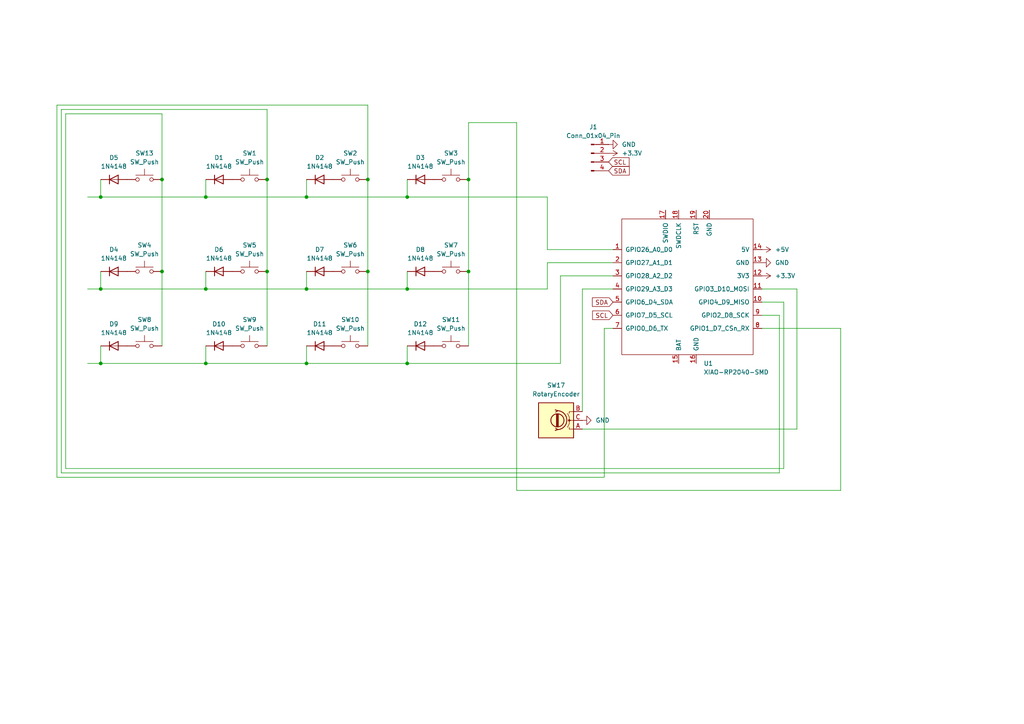
<source format=kicad_sch>
(kicad_sch
	(version 20250114)
	(generator "eeschema")
	(generator_version "9.0")
	(uuid "e5ad6325-5b45-419f-b0e3-887942c73846")
	(paper "A4")
	(lib_symbols
		(symbol "Connector:Conn_01x04_Pin"
			(pin_names
				(offset 1.016)
				(hide yes)
			)
			(exclude_from_sim no)
			(in_bom yes)
			(on_board yes)
			(property "Reference" "J"
				(at 0 5.08 0)
				(effects
					(font
						(size 1.27 1.27)
					)
				)
			)
			(property "Value" "Conn_01x04_Pin"
				(at 0 -7.62 0)
				(effects
					(font
						(size 1.27 1.27)
					)
				)
			)
			(property "Footprint" ""
				(at 0 0 0)
				(effects
					(font
						(size 1.27 1.27)
					)
					(hide yes)
				)
			)
			(property "Datasheet" "~"
				(at 0 0 0)
				(effects
					(font
						(size 1.27 1.27)
					)
					(hide yes)
				)
			)
			(property "Description" "Generic connector, single row, 01x04, script generated"
				(at 0 0 0)
				(effects
					(font
						(size 1.27 1.27)
					)
					(hide yes)
				)
			)
			(property "ki_locked" ""
				(at 0 0 0)
				(effects
					(font
						(size 1.27 1.27)
					)
				)
			)
			(property "ki_keywords" "connector"
				(at 0 0 0)
				(effects
					(font
						(size 1.27 1.27)
					)
					(hide yes)
				)
			)
			(property "ki_fp_filters" "Connector*:*_1x??_*"
				(at 0 0 0)
				(effects
					(font
						(size 1.27 1.27)
					)
					(hide yes)
				)
			)
			(symbol "Conn_01x04_Pin_1_1"
				(rectangle
					(start 0.8636 2.667)
					(end 0 2.413)
					(stroke
						(width 0.1524)
						(type default)
					)
					(fill
						(type outline)
					)
				)
				(rectangle
					(start 0.8636 0.127)
					(end 0 -0.127)
					(stroke
						(width 0.1524)
						(type default)
					)
					(fill
						(type outline)
					)
				)
				(rectangle
					(start 0.8636 -2.413)
					(end 0 -2.667)
					(stroke
						(width 0.1524)
						(type default)
					)
					(fill
						(type outline)
					)
				)
				(rectangle
					(start 0.8636 -4.953)
					(end 0 -5.207)
					(stroke
						(width 0.1524)
						(type default)
					)
					(fill
						(type outline)
					)
				)
				(polyline
					(pts
						(xy 1.27 2.54) (xy 0.8636 2.54)
					)
					(stroke
						(width 0.1524)
						(type default)
					)
					(fill
						(type none)
					)
				)
				(polyline
					(pts
						(xy 1.27 0) (xy 0.8636 0)
					)
					(stroke
						(width 0.1524)
						(type default)
					)
					(fill
						(type none)
					)
				)
				(polyline
					(pts
						(xy 1.27 -2.54) (xy 0.8636 -2.54)
					)
					(stroke
						(width 0.1524)
						(type default)
					)
					(fill
						(type none)
					)
				)
				(polyline
					(pts
						(xy 1.27 -5.08) (xy 0.8636 -5.08)
					)
					(stroke
						(width 0.1524)
						(type default)
					)
					(fill
						(type none)
					)
				)
				(pin passive line
					(at 5.08 2.54 180)
					(length 3.81)
					(name "Pin_1"
						(effects
							(font
								(size 1.27 1.27)
							)
						)
					)
					(number "1"
						(effects
							(font
								(size 1.27 1.27)
							)
						)
					)
				)
				(pin passive line
					(at 5.08 0 180)
					(length 3.81)
					(name "Pin_2"
						(effects
							(font
								(size 1.27 1.27)
							)
						)
					)
					(number "2"
						(effects
							(font
								(size 1.27 1.27)
							)
						)
					)
				)
				(pin passive line
					(at 5.08 -2.54 180)
					(length 3.81)
					(name "Pin_3"
						(effects
							(font
								(size 1.27 1.27)
							)
						)
					)
					(number "3"
						(effects
							(font
								(size 1.27 1.27)
							)
						)
					)
				)
				(pin passive line
					(at 5.08 -5.08 180)
					(length 3.81)
					(name "Pin_4"
						(effects
							(font
								(size 1.27 1.27)
							)
						)
					)
					(number "4"
						(effects
							(font
								(size 1.27 1.27)
							)
						)
					)
				)
			)
			(embedded_fonts no)
		)
		(symbol "Device:RotaryEncoder"
			(pin_names
				(offset 0.254)
				(hide yes)
			)
			(exclude_from_sim no)
			(in_bom yes)
			(on_board yes)
			(property "Reference" "SW"
				(at 0 6.604 0)
				(effects
					(font
						(size 1.27 1.27)
					)
				)
			)
			(property "Value" "RotaryEncoder"
				(at 0 -6.604 0)
				(effects
					(font
						(size 1.27 1.27)
					)
				)
			)
			(property "Footprint" ""
				(at -3.81 4.064 0)
				(effects
					(font
						(size 1.27 1.27)
					)
					(hide yes)
				)
			)
			(property "Datasheet" "~"
				(at 0 6.604 0)
				(effects
					(font
						(size 1.27 1.27)
					)
					(hide yes)
				)
			)
			(property "Description" "Rotary encoder, dual channel, incremental quadrate outputs"
				(at 0 0 0)
				(effects
					(font
						(size 1.27 1.27)
					)
					(hide yes)
				)
			)
			(property "ki_keywords" "rotary switch encoder"
				(at 0 0 0)
				(effects
					(font
						(size 1.27 1.27)
					)
					(hide yes)
				)
			)
			(property "ki_fp_filters" "RotaryEncoder*"
				(at 0 0 0)
				(effects
					(font
						(size 1.27 1.27)
					)
					(hide yes)
				)
			)
			(symbol "RotaryEncoder_0_1"
				(rectangle
					(start -5.08 5.08)
					(end 5.08 -5.08)
					(stroke
						(width 0.254)
						(type default)
					)
					(fill
						(type background)
					)
				)
				(polyline
					(pts
						(xy -5.08 2.54) (xy -3.81 2.54) (xy -3.81 2.032)
					)
					(stroke
						(width 0)
						(type default)
					)
					(fill
						(type none)
					)
				)
				(polyline
					(pts
						(xy -5.08 0) (xy -3.81 0) (xy -3.81 -1.016) (xy -3.302 -2.032)
					)
					(stroke
						(width 0)
						(type default)
					)
					(fill
						(type none)
					)
				)
				(polyline
					(pts
						(xy -5.08 -2.54) (xy -3.81 -2.54) (xy -3.81 -2.032)
					)
					(stroke
						(width 0)
						(type default)
					)
					(fill
						(type none)
					)
				)
				(polyline
					(pts
						(xy -4.318 0) (xy -3.81 0) (xy -3.81 1.016) (xy -3.302 2.032)
					)
					(stroke
						(width 0)
						(type default)
					)
					(fill
						(type none)
					)
				)
				(circle
					(center -3.81 0)
					(radius 0.254)
					(stroke
						(width 0)
						(type default)
					)
					(fill
						(type outline)
					)
				)
				(polyline
					(pts
						(xy -0.635 -1.778) (xy -0.635 1.778)
					)
					(stroke
						(width 0.254)
						(type default)
					)
					(fill
						(type none)
					)
				)
				(circle
					(center -0.381 0)
					(radius 1.905)
					(stroke
						(width 0.254)
						(type default)
					)
					(fill
						(type none)
					)
				)
				(polyline
					(pts
						(xy -0.381 -1.778) (xy -0.381 1.778)
					)
					(stroke
						(width 0.254)
						(type default)
					)
					(fill
						(type none)
					)
				)
				(arc
					(start -0.381 -2.794)
					(mid -3.0988 -0.0635)
					(end -0.381 2.667)
					(stroke
						(width 0.254)
						(type default)
					)
					(fill
						(type none)
					)
				)
				(polyline
					(pts
						(xy -0.127 1.778) (xy -0.127 -1.778)
					)
					(stroke
						(width 0.254)
						(type default)
					)
					(fill
						(type none)
					)
				)
				(polyline
					(pts
						(xy 0.254 2.921) (xy -0.508 2.667) (xy 0.127 2.286)
					)
					(stroke
						(width 0.254)
						(type default)
					)
					(fill
						(type none)
					)
				)
				(polyline
					(pts
						(xy 0.254 -3.048) (xy -0.508 -2.794) (xy 0.127 -2.413)
					)
					(stroke
						(width 0.254)
						(type default)
					)
					(fill
						(type none)
					)
				)
			)
			(symbol "RotaryEncoder_1_1"
				(pin passive line
					(at -7.62 2.54 0)
					(length 2.54)
					(name "A"
						(effects
							(font
								(size 1.27 1.27)
							)
						)
					)
					(number "A"
						(effects
							(font
								(size 1.27 1.27)
							)
						)
					)
				)
				(pin passive line
					(at -7.62 0 0)
					(length 2.54)
					(name "C"
						(effects
							(font
								(size 1.27 1.27)
							)
						)
					)
					(number "C"
						(effects
							(font
								(size 1.27 1.27)
							)
						)
					)
				)
				(pin passive line
					(at -7.62 -2.54 0)
					(length 2.54)
					(name "B"
						(effects
							(font
								(size 1.27 1.27)
							)
						)
					)
					(number "B"
						(effects
							(font
								(size 1.27 1.27)
							)
						)
					)
				)
			)
			(embedded_fonts no)
		)
		(symbol "Diode:1N4148"
			(pin_numbers
				(hide yes)
			)
			(pin_names
				(hide yes)
			)
			(exclude_from_sim no)
			(in_bom yes)
			(on_board yes)
			(property "Reference" "D"
				(at 0 2.54 0)
				(effects
					(font
						(size 1.27 1.27)
					)
				)
			)
			(property "Value" "1N4148"
				(at 0 -2.54 0)
				(effects
					(font
						(size 1.27 1.27)
					)
				)
			)
			(property "Footprint" "Diode_THT:D_DO-35_SOD27_P7.62mm_Horizontal"
				(at 0 0 0)
				(effects
					(font
						(size 1.27 1.27)
					)
					(hide yes)
				)
			)
			(property "Datasheet" "https://assets.nexperia.com/documents/data-sheet/1N4148_1N4448.pdf"
				(at 0 0 0)
				(effects
					(font
						(size 1.27 1.27)
					)
					(hide yes)
				)
			)
			(property "Description" "100V 0.15A standard switching diode, DO-35"
				(at 0 0 0)
				(effects
					(font
						(size 1.27 1.27)
					)
					(hide yes)
				)
			)
			(property "Sim.Device" "D"
				(at 0 0 0)
				(effects
					(font
						(size 1.27 1.27)
					)
					(hide yes)
				)
			)
			(property "Sim.Pins" "1=K 2=A"
				(at 0 0 0)
				(effects
					(font
						(size 1.27 1.27)
					)
					(hide yes)
				)
			)
			(property "ki_keywords" "diode"
				(at 0 0 0)
				(effects
					(font
						(size 1.27 1.27)
					)
					(hide yes)
				)
			)
			(property "ki_fp_filters" "D*DO?35*"
				(at 0 0 0)
				(effects
					(font
						(size 1.27 1.27)
					)
					(hide yes)
				)
			)
			(symbol "1N4148_0_1"
				(polyline
					(pts
						(xy -1.27 1.27) (xy -1.27 -1.27)
					)
					(stroke
						(width 0.254)
						(type default)
					)
					(fill
						(type none)
					)
				)
				(polyline
					(pts
						(xy 1.27 1.27) (xy 1.27 -1.27) (xy -1.27 0) (xy 1.27 1.27)
					)
					(stroke
						(width 0.254)
						(type default)
					)
					(fill
						(type none)
					)
				)
				(polyline
					(pts
						(xy 1.27 0) (xy -1.27 0)
					)
					(stroke
						(width 0)
						(type default)
					)
					(fill
						(type none)
					)
				)
			)
			(symbol "1N4148_1_1"
				(pin passive line
					(at -3.81 0 0)
					(length 2.54)
					(name "K"
						(effects
							(font
								(size 1.27 1.27)
							)
						)
					)
					(number "1"
						(effects
							(font
								(size 1.27 1.27)
							)
						)
					)
				)
				(pin passive line
					(at 3.81 0 180)
					(length 2.54)
					(name "A"
						(effects
							(font
								(size 1.27 1.27)
							)
						)
					)
					(number "2"
						(effects
							(font
								(size 1.27 1.27)
							)
						)
					)
				)
			)
			(embedded_fonts no)
		)
		(symbol "Switch:SW_Push"
			(pin_numbers
				(hide yes)
			)
			(pin_names
				(offset 1.016)
				(hide yes)
			)
			(exclude_from_sim no)
			(in_bom yes)
			(on_board yes)
			(property "Reference" "SW"
				(at 1.27 2.54 0)
				(effects
					(font
						(size 1.27 1.27)
					)
					(justify left)
				)
			)
			(property "Value" "SW_Push"
				(at 0 -1.524 0)
				(effects
					(font
						(size 1.27 1.27)
					)
				)
			)
			(property "Footprint" ""
				(at 0 5.08 0)
				(effects
					(font
						(size 1.27 1.27)
					)
					(hide yes)
				)
			)
			(property "Datasheet" "~"
				(at 0 5.08 0)
				(effects
					(font
						(size 1.27 1.27)
					)
					(hide yes)
				)
			)
			(property "Description" "Push button switch, generic, two pins"
				(at 0 0 0)
				(effects
					(font
						(size 1.27 1.27)
					)
					(hide yes)
				)
			)
			(property "ki_keywords" "switch normally-open pushbutton push-button"
				(at 0 0 0)
				(effects
					(font
						(size 1.27 1.27)
					)
					(hide yes)
				)
			)
			(symbol "SW_Push_0_1"
				(circle
					(center -2.032 0)
					(radius 0.508)
					(stroke
						(width 0)
						(type default)
					)
					(fill
						(type none)
					)
				)
				(polyline
					(pts
						(xy 0 1.27) (xy 0 3.048)
					)
					(stroke
						(width 0)
						(type default)
					)
					(fill
						(type none)
					)
				)
				(circle
					(center 2.032 0)
					(radius 0.508)
					(stroke
						(width 0)
						(type default)
					)
					(fill
						(type none)
					)
				)
				(polyline
					(pts
						(xy 2.54 1.27) (xy -2.54 1.27)
					)
					(stroke
						(width 0)
						(type default)
					)
					(fill
						(type none)
					)
				)
				(pin passive line
					(at -5.08 0 0)
					(length 2.54)
					(name "1"
						(effects
							(font
								(size 1.27 1.27)
							)
						)
					)
					(number "1"
						(effects
							(font
								(size 1.27 1.27)
							)
						)
					)
				)
				(pin passive line
					(at 5.08 0 180)
					(length 2.54)
					(name "2"
						(effects
							(font
								(size 1.27 1.27)
							)
						)
					)
					(number "2"
						(effects
							(font
								(size 1.27 1.27)
							)
						)
					)
				)
			)
			(embedded_fonts no)
		)
		(symbol "djdj:XIAO-RP2040-SMD"
			(pin_names
				(offset 1.016)
			)
			(exclude_from_sim no)
			(in_bom yes)
			(on_board yes)
			(property "Reference" "U"
				(at -18.542 23.114 0)
				(effects
					(font
						(size 1.27 1.27)
					)
				)
			)
			(property "Value" "XIAO-RP2040-SMD"
				(at -8.382 21.336 0)
				(effects
					(font
						(size 1.27 1.27)
					)
				)
			)
			(property "Footprint" ""
				(at -8.89 5.08 0)
				(effects
					(font
						(size 1.27 1.27)
					)
					(hide yes)
				)
			)
			(property "Datasheet" ""
				(at -8.89 5.08 0)
				(effects
					(font
						(size 1.27 1.27)
					)
					(hide yes)
				)
			)
			(property "Description" ""
				(at 0 0 0)
				(effects
					(font
						(size 1.27 1.27)
					)
					(hide yes)
				)
			)
			(symbol "XIAO-RP2040-SMD_0_1"
				(rectangle
					(start 19.05 -19.05)
					(end -19.05 20.32)
					(stroke
						(width 0)
						(type default)
					)
					(fill
						(type none)
					)
				)
			)
			(symbol "XIAO-RP2040-SMD_1_1"
				(pin passive line
					(at -21.59 11.43 0)
					(length 2.54)
					(name "GPIO26_A0_D0"
						(effects
							(font
								(size 1.27 1.27)
							)
						)
					)
					(number "1"
						(effects
							(font
								(size 1.27 1.27)
							)
						)
					)
				)
				(pin passive line
					(at -21.59 7.62 0)
					(length 2.54)
					(name "GPIO27_A1_D1"
						(effects
							(font
								(size 1.27 1.27)
							)
						)
					)
					(number "2"
						(effects
							(font
								(size 1.27 1.27)
							)
						)
					)
				)
				(pin passive line
					(at -21.59 3.81 0)
					(length 2.54)
					(name "GPIO28_A2_D2"
						(effects
							(font
								(size 1.27 1.27)
							)
						)
					)
					(number "3"
						(effects
							(font
								(size 1.27 1.27)
							)
						)
					)
				)
				(pin passive line
					(at -21.59 0 0)
					(length 2.54)
					(name "GPIO29_A3_D3"
						(effects
							(font
								(size 1.27 1.27)
							)
						)
					)
					(number "4"
						(effects
							(font
								(size 1.27 1.27)
							)
						)
					)
				)
				(pin passive line
					(at -21.59 -3.81 0)
					(length 2.54)
					(name "GPIO6_D4_SDA"
						(effects
							(font
								(size 1.27 1.27)
							)
						)
					)
					(number "5"
						(effects
							(font
								(size 1.27 1.27)
							)
						)
					)
				)
				(pin passive line
					(at -21.59 -7.62 0)
					(length 2.54)
					(name "GPIO7_D5_SCL"
						(effects
							(font
								(size 1.27 1.27)
							)
						)
					)
					(number "6"
						(effects
							(font
								(size 1.27 1.27)
							)
						)
					)
				)
				(pin passive line
					(at -21.59 -11.43 0)
					(length 2.54)
					(name "GPIO0_D6_TX"
						(effects
							(font
								(size 1.27 1.27)
							)
						)
					)
					(number "7"
						(effects
							(font
								(size 1.27 1.27)
							)
						)
					)
				)
				(pin passive line
					(at -6.35 22.86 270)
					(length 2.54)
					(name "SWDIO"
						(effects
							(font
								(size 1.27 1.27)
							)
						)
					)
					(number "17"
						(effects
							(font
								(size 1.27 1.27)
							)
						)
					)
				)
				(pin passive line
					(at -2.54 22.86 270)
					(length 2.54)
					(name "SWDCLK"
						(effects
							(font
								(size 1.27 1.27)
							)
						)
					)
					(number "18"
						(effects
							(font
								(size 1.27 1.27)
							)
						)
					)
				)
				(pin passive line
					(at -2.54 -21.59 90)
					(length 2.54)
					(name "BAT"
						(effects
							(font
								(size 1.27 1.27)
							)
						)
					)
					(number "15"
						(effects
							(font
								(size 1.27 1.27)
							)
						)
					)
				)
				(pin passive line
					(at 2.54 22.86 270)
					(length 2.54)
					(name "RST"
						(effects
							(font
								(size 1.27 1.27)
							)
						)
					)
					(number "19"
						(effects
							(font
								(size 1.27 1.27)
							)
						)
					)
				)
				(pin passive line
					(at 2.54 -21.59 90)
					(length 2.54)
					(name "GND"
						(effects
							(font
								(size 1.27 1.27)
							)
						)
					)
					(number "16"
						(effects
							(font
								(size 1.27 1.27)
							)
						)
					)
				)
				(pin passive line
					(at 6.35 22.86 270)
					(length 2.54)
					(name "GND"
						(effects
							(font
								(size 1.27 1.27)
							)
						)
					)
					(number "20"
						(effects
							(font
								(size 1.27 1.27)
							)
						)
					)
				)
				(pin passive line
					(at 21.59 11.43 180)
					(length 2.54)
					(name "5V"
						(effects
							(font
								(size 1.27 1.27)
							)
						)
					)
					(number "14"
						(effects
							(font
								(size 1.27 1.27)
							)
						)
					)
				)
				(pin passive line
					(at 21.59 7.62 180)
					(length 2.54)
					(name "GND"
						(effects
							(font
								(size 1.27 1.27)
							)
						)
					)
					(number "13"
						(effects
							(font
								(size 1.27 1.27)
							)
						)
					)
				)
				(pin passive line
					(at 21.59 3.81 180)
					(length 2.54)
					(name "3V3"
						(effects
							(font
								(size 1.27 1.27)
							)
						)
					)
					(number "12"
						(effects
							(font
								(size 1.27 1.27)
							)
						)
					)
				)
				(pin passive line
					(at 21.59 0 180)
					(length 2.54)
					(name "GPIO3_D10_MOSI"
						(effects
							(font
								(size 1.27 1.27)
							)
						)
					)
					(number "11"
						(effects
							(font
								(size 1.27 1.27)
							)
						)
					)
				)
				(pin passive line
					(at 21.59 -3.81 180)
					(length 2.54)
					(name "GPIO4_D9_MISO"
						(effects
							(font
								(size 1.27 1.27)
							)
						)
					)
					(number "10"
						(effects
							(font
								(size 1.27 1.27)
							)
						)
					)
				)
				(pin passive line
					(at 21.59 -7.62 180)
					(length 2.54)
					(name "GPIO2_D8_SCK"
						(effects
							(font
								(size 1.27 1.27)
							)
						)
					)
					(number "9"
						(effects
							(font
								(size 1.27 1.27)
							)
						)
					)
				)
				(pin passive line
					(at 21.59 -11.43 180)
					(length 2.54)
					(name "GPIO1_D7_CSn_RX"
						(effects
							(font
								(size 1.27 1.27)
							)
						)
					)
					(number "8"
						(effects
							(font
								(size 1.27 1.27)
							)
						)
					)
				)
			)
			(embedded_fonts no)
		)
		(symbol "power:+3.3V"
			(power)
			(pin_numbers
				(hide yes)
			)
			(pin_names
				(offset 0)
				(hide yes)
			)
			(exclude_from_sim no)
			(in_bom yes)
			(on_board yes)
			(property "Reference" "#PWR"
				(at 0 -3.81 0)
				(effects
					(font
						(size 1.27 1.27)
					)
					(hide yes)
				)
			)
			(property "Value" "+3.3V"
				(at 0 3.556 0)
				(effects
					(font
						(size 1.27 1.27)
					)
				)
			)
			(property "Footprint" ""
				(at 0 0 0)
				(effects
					(font
						(size 1.27 1.27)
					)
					(hide yes)
				)
			)
			(property "Datasheet" ""
				(at 0 0 0)
				(effects
					(font
						(size 1.27 1.27)
					)
					(hide yes)
				)
			)
			(property "Description" "Power symbol creates a global label with name \"+3.3V\""
				(at 0 0 0)
				(effects
					(font
						(size 1.27 1.27)
					)
					(hide yes)
				)
			)
			(property "ki_keywords" "global power"
				(at 0 0 0)
				(effects
					(font
						(size 1.27 1.27)
					)
					(hide yes)
				)
			)
			(symbol "+3.3V_0_1"
				(polyline
					(pts
						(xy -0.762 1.27) (xy 0 2.54)
					)
					(stroke
						(width 0)
						(type default)
					)
					(fill
						(type none)
					)
				)
				(polyline
					(pts
						(xy 0 2.54) (xy 0.762 1.27)
					)
					(stroke
						(width 0)
						(type default)
					)
					(fill
						(type none)
					)
				)
				(polyline
					(pts
						(xy 0 0) (xy 0 2.54)
					)
					(stroke
						(width 0)
						(type default)
					)
					(fill
						(type none)
					)
				)
			)
			(symbol "+3.3V_1_1"
				(pin power_in line
					(at 0 0 90)
					(length 0)
					(name "~"
						(effects
							(font
								(size 1.27 1.27)
							)
						)
					)
					(number "1"
						(effects
							(font
								(size 1.27 1.27)
							)
						)
					)
				)
			)
			(embedded_fonts no)
		)
		(symbol "power:+5V"
			(power)
			(pin_numbers
				(hide yes)
			)
			(pin_names
				(offset 0)
				(hide yes)
			)
			(exclude_from_sim no)
			(in_bom yes)
			(on_board yes)
			(property "Reference" "#PWR"
				(at 0 -3.81 0)
				(effects
					(font
						(size 1.27 1.27)
					)
					(hide yes)
				)
			)
			(property "Value" "+5V"
				(at 0 3.556 0)
				(effects
					(font
						(size 1.27 1.27)
					)
				)
			)
			(property "Footprint" ""
				(at 0 0 0)
				(effects
					(font
						(size 1.27 1.27)
					)
					(hide yes)
				)
			)
			(property "Datasheet" ""
				(at 0 0 0)
				(effects
					(font
						(size 1.27 1.27)
					)
					(hide yes)
				)
			)
			(property "Description" "Power symbol creates a global label with name \"+5V\""
				(at 0 0 0)
				(effects
					(font
						(size 1.27 1.27)
					)
					(hide yes)
				)
			)
			(property "ki_keywords" "global power"
				(at 0 0 0)
				(effects
					(font
						(size 1.27 1.27)
					)
					(hide yes)
				)
			)
			(symbol "+5V_0_1"
				(polyline
					(pts
						(xy -0.762 1.27) (xy 0 2.54)
					)
					(stroke
						(width 0)
						(type default)
					)
					(fill
						(type none)
					)
				)
				(polyline
					(pts
						(xy 0 2.54) (xy 0.762 1.27)
					)
					(stroke
						(width 0)
						(type default)
					)
					(fill
						(type none)
					)
				)
				(polyline
					(pts
						(xy 0 0) (xy 0 2.54)
					)
					(stroke
						(width 0)
						(type default)
					)
					(fill
						(type none)
					)
				)
			)
			(symbol "+5V_1_1"
				(pin power_in line
					(at 0 0 90)
					(length 0)
					(name "~"
						(effects
							(font
								(size 1.27 1.27)
							)
						)
					)
					(number "1"
						(effects
							(font
								(size 1.27 1.27)
							)
						)
					)
				)
			)
			(embedded_fonts no)
		)
		(symbol "power:GND"
			(power)
			(pin_numbers
				(hide yes)
			)
			(pin_names
				(offset 0)
				(hide yes)
			)
			(exclude_from_sim no)
			(in_bom yes)
			(on_board yes)
			(property "Reference" "#PWR"
				(at 0 -6.35 0)
				(effects
					(font
						(size 1.27 1.27)
					)
					(hide yes)
				)
			)
			(property "Value" "GND"
				(at 0 -3.81 0)
				(effects
					(font
						(size 1.27 1.27)
					)
				)
			)
			(property "Footprint" ""
				(at 0 0 0)
				(effects
					(font
						(size 1.27 1.27)
					)
					(hide yes)
				)
			)
			(property "Datasheet" ""
				(at 0 0 0)
				(effects
					(font
						(size 1.27 1.27)
					)
					(hide yes)
				)
			)
			(property "Description" "Power symbol creates a global label with name \"GND\" , ground"
				(at 0 0 0)
				(effects
					(font
						(size 1.27 1.27)
					)
					(hide yes)
				)
			)
			(property "ki_keywords" "global power"
				(at 0 0 0)
				(effects
					(font
						(size 1.27 1.27)
					)
					(hide yes)
				)
			)
			(symbol "GND_0_1"
				(polyline
					(pts
						(xy 0 0) (xy 0 -1.27) (xy 1.27 -1.27) (xy 0 -2.54) (xy -1.27 -1.27) (xy 0 -1.27)
					)
					(stroke
						(width 0)
						(type default)
					)
					(fill
						(type none)
					)
				)
			)
			(symbol "GND_1_1"
				(pin power_in line
					(at 0 0 270)
					(length 0)
					(name "~"
						(effects
							(font
								(size 1.27 1.27)
							)
						)
					)
					(number "1"
						(effects
							(font
								(size 1.27 1.27)
							)
						)
					)
				)
			)
			(embedded_fonts no)
		)
	)
	(junction
		(at 88.9 57.15)
		(diameter 0)
		(color 0 0 0 0)
		(uuid "0530f8a1-5b48-472c-96fb-962789cb67c3")
	)
	(junction
		(at 88.9 105.41)
		(diameter 0)
		(color 0 0 0 0)
		(uuid "19bdfd65-d848-46dc-b9f4-d872419fdb6f")
	)
	(junction
		(at 29.21 83.82)
		(diameter 0)
		(color 0 0 0 0)
		(uuid "32440bff-0a11-43b0-8409-403c49ff96c1")
	)
	(junction
		(at 88.9 83.82)
		(diameter 0)
		(color 0 0 0 0)
		(uuid "4c736629-fbb5-4956-9950-e55fdcdfc17d")
	)
	(junction
		(at 59.69 105.41)
		(diameter 0)
		(color 0 0 0 0)
		(uuid "569354a1-683a-4099-ab34-fa3576dc2dba")
	)
	(junction
		(at 106.68 78.74)
		(diameter 0)
		(color 0 0 0 0)
		(uuid "5f7b32c4-8398-45ca-8094-a5b9cbbb58d0")
	)
	(junction
		(at 29.21 105.41)
		(diameter 0)
		(color 0 0 0 0)
		(uuid "748015cb-6c19-4125-98ec-8755ba8c4bd3")
	)
	(junction
		(at 77.47 78.74)
		(diameter 0)
		(color 0 0 0 0)
		(uuid "89c36114-77a1-411d-9424-6925f87d53aa")
	)
	(junction
		(at 59.69 83.82)
		(diameter 0)
		(color 0 0 0 0)
		(uuid "8e2731b0-6b80-458f-8885-eda8a642069a")
	)
	(junction
		(at 135.89 78.74)
		(diameter 0)
		(color 0 0 0 0)
		(uuid "956a9f09-37ea-4ded-98ef-6f6ef13aeea6")
	)
	(junction
		(at 46.99 52.07)
		(diameter 0)
		(color 0 0 0 0)
		(uuid "a0501b20-95ad-4572-8c04-4c00e24539b8")
	)
	(junction
		(at 46.99 78.74)
		(diameter 0)
		(color 0 0 0 0)
		(uuid "a3428c79-74b5-49cd-84d2-d7c962a56e48")
	)
	(junction
		(at 118.11 83.82)
		(diameter 0)
		(color 0 0 0 0)
		(uuid "adf48b2d-3037-417c-80b0-89e57964b1d0")
	)
	(junction
		(at 29.21 57.15)
		(diameter 0)
		(color 0 0 0 0)
		(uuid "b7c7c62d-39b7-4307-9442-2b9264feec56")
	)
	(junction
		(at 59.69 57.15)
		(diameter 0)
		(color 0 0 0 0)
		(uuid "b939c590-9421-410a-b16e-410aae9d3166")
	)
	(junction
		(at 118.11 105.41)
		(diameter 0)
		(color 0 0 0 0)
		(uuid "bf23e30c-ae58-4e4d-954c-e714b39dbd50")
	)
	(junction
		(at 106.68 52.07)
		(diameter 0)
		(color 0 0 0 0)
		(uuid "d5dd20a0-cd2b-45a9-bfc6-b814f5fdc721")
	)
	(junction
		(at 77.47 52.07)
		(diameter 0)
		(color 0 0 0 0)
		(uuid "dfc812ee-0aad-4ddd-912b-62d85dfaca7a")
	)
	(junction
		(at 118.11 57.15)
		(diameter 0)
		(color 0 0 0 0)
		(uuid "e4ef0d14-fa19-445a-b043-baee3605d90d")
	)
	(junction
		(at 135.89 52.07)
		(diameter 0)
		(color 0 0 0 0)
		(uuid "e6ff9628-5604-42b4-b0c3-8c9c478a54b4")
	)
	(wire
		(pts
			(xy 46.99 52.07) (xy 46.99 78.74)
		)
		(stroke
			(width 0)
			(type default)
		)
		(uuid "0a65c7d1-503b-43df-9dd8-9722b4d9eac3")
	)
	(wire
		(pts
			(xy 226.06 91.44) (xy 220.98 91.44)
		)
		(stroke
			(width 0)
			(type default)
		)
		(uuid "0bd7b969-e3cf-412f-817b-c121a53b03ac")
	)
	(wire
		(pts
			(xy 135.89 35.56) (xy 135.89 52.07)
		)
		(stroke
			(width 0)
			(type default)
		)
		(uuid "103b067c-8039-45c0-9551-d351307d54b3")
	)
	(wire
		(pts
			(xy 162.56 80.01) (xy 177.8 80.01)
		)
		(stroke
			(width 0)
			(type default)
		)
		(uuid "1581b2ef-c2c2-4a13-8165-99ce497c045e")
	)
	(wire
		(pts
			(xy 106.68 30.48) (xy 16.51 30.48)
		)
		(stroke
			(width 0)
			(type default)
		)
		(uuid "15f343cc-26ec-4671-a962-e16b46a7aa5b")
	)
	(wire
		(pts
			(xy 149.86 142.24) (xy 243.84 142.24)
		)
		(stroke
			(width 0)
			(type default)
		)
		(uuid "17615ce5-51bf-4dbd-9024-b6b6e16d1762")
	)
	(wire
		(pts
			(xy 158.75 72.39) (xy 177.8 72.39)
		)
		(stroke
			(width 0)
			(type default)
		)
		(uuid "1bed175c-fc4a-46c8-819f-a1e5292ddf12")
	)
	(wire
		(pts
			(xy 231.14 83.82) (xy 220.98 83.82)
		)
		(stroke
			(width 0)
			(type default)
		)
		(uuid "1c0e1745-644a-4a4f-a9db-10c48589c5d1")
	)
	(wire
		(pts
			(xy 77.47 52.07) (xy 77.47 78.74)
		)
		(stroke
			(width 0)
			(type default)
		)
		(uuid "2791cfc1-0a5c-4d0b-968c-2f359c89fa97")
	)
	(wire
		(pts
			(xy 25.4 83.82) (xy 29.21 83.82)
		)
		(stroke
			(width 0)
			(type default)
		)
		(uuid "29b78cb9-29d2-46de-acda-f14d2b0759eb")
	)
	(wire
		(pts
			(xy 19.05 135.89) (xy 227.33 135.89)
		)
		(stroke
			(width 0)
			(type default)
		)
		(uuid "2d4e59fc-9ae5-4d8a-80c4-faf161a369c3")
	)
	(wire
		(pts
			(xy 135.89 78.74) (xy 135.89 100.33)
		)
		(stroke
			(width 0)
			(type default)
		)
		(uuid "30d0905d-94c9-4063-ba90-3f866583909f")
	)
	(wire
		(pts
			(xy 227.33 135.89) (xy 227.33 87.63)
		)
		(stroke
			(width 0)
			(type default)
		)
		(uuid "3239a7f9-98fe-49d4-9ca8-5812d0ff6730")
	)
	(wire
		(pts
			(xy 59.69 57.15) (xy 88.9 57.15)
		)
		(stroke
			(width 0)
			(type default)
		)
		(uuid "3576e50e-c8a2-41a8-bfa7-b30887254b62")
	)
	(wire
		(pts
			(xy 243.84 142.24) (xy 243.84 95.25)
		)
		(stroke
			(width 0)
			(type default)
		)
		(uuid "35b1a079-7a4b-4383-b2b7-6b1efe073dfd")
	)
	(wire
		(pts
			(xy 158.75 76.2) (xy 177.8 76.2)
		)
		(stroke
			(width 0)
			(type default)
		)
		(uuid "399eb75a-3953-482b-b21e-441501f2d5f5")
	)
	(wire
		(pts
			(xy 77.47 78.74) (xy 77.47 100.33)
		)
		(stroke
			(width 0)
			(type default)
		)
		(uuid "3ffb8a36-f0dd-4d14-a98f-b7170b879df6")
	)
	(wire
		(pts
			(xy 88.9 78.74) (xy 88.9 83.82)
		)
		(stroke
			(width 0)
			(type default)
		)
		(uuid "46586f0a-a808-425d-8733-a582cbdc5fb3")
	)
	(wire
		(pts
			(xy 135.89 35.56) (xy 149.86 35.56)
		)
		(stroke
			(width 0)
			(type default)
		)
		(uuid "47c4b125-d0f1-4d6e-a908-1c827d63e9a2")
	)
	(wire
		(pts
			(xy 106.68 78.74) (xy 106.68 100.33)
		)
		(stroke
			(width 0)
			(type default)
		)
		(uuid "482f9b34-1193-4c10-9a4b-0619a835356a")
	)
	(wire
		(pts
			(xy 29.21 78.74) (xy 29.21 83.82)
		)
		(stroke
			(width 0)
			(type default)
		)
		(uuid "4a08140e-faaf-4b18-8165-511b7acb1a92")
	)
	(wire
		(pts
			(xy 168.91 119.38) (xy 168.91 83.82)
		)
		(stroke
			(width 0)
			(type default)
		)
		(uuid "4c1bc3fa-0380-45cc-84a2-ed84a5b23313")
	)
	(wire
		(pts
			(xy 77.47 31.75) (xy 17.78 31.75)
		)
		(stroke
			(width 0)
			(type default)
		)
		(uuid "512d3617-1f69-4ade-b4b9-c3219d1778ec")
	)
	(wire
		(pts
			(xy 29.21 52.07) (xy 29.21 57.15)
		)
		(stroke
			(width 0)
			(type default)
		)
		(uuid "51825def-5a15-4509-b0c9-37f0c26b4869")
	)
	(wire
		(pts
			(xy 106.68 52.07) (xy 106.68 78.74)
		)
		(stroke
			(width 0)
			(type default)
		)
		(uuid "53971b07-78be-4699-a11f-d0a721d378d6")
	)
	(wire
		(pts
			(xy 88.9 105.41) (xy 118.11 105.41)
		)
		(stroke
			(width 0)
			(type default)
		)
		(uuid "545fe23b-0e24-4ebd-b879-492940aef796")
	)
	(wire
		(pts
			(xy 29.21 57.15) (xy 59.69 57.15)
		)
		(stroke
			(width 0)
			(type default)
		)
		(uuid "549e7180-0e19-458f-b42a-f2e55e946059")
	)
	(wire
		(pts
			(xy 118.11 78.74) (xy 118.11 83.82)
		)
		(stroke
			(width 0)
			(type default)
		)
		(uuid "5525e4a6-f2ce-4c1a-ac69-8ad88531e55d")
	)
	(wire
		(pts
			(xy 158.75 83.82) (xy 158.75 76.2)
		)
		(stroke
			(width 0)
			(type default)
		)
		(uuid "561ff343-0b32-4e51-92a6-182460fd62a5")
	)
	(wire
		(pts
			(xy 59.69 100.33) (xy 59.69 105.41)
		)
		(stroke
			(width 0)
			(type default)
		)
		(uuid "56993171-4403-4b7c-ac96-7d51e39ad9d4")
	)
	(wire
		(pts
			(xy 231.14 124.46) (xy 231.14 83.82)
		)
		(stroke
			(width 0)
			(type default)
		)
		(uuid "586f5e07-1072-4bea-b860-d766b5d082b4")
	)
	(wire
		(pts
			(xy 16.51 30.48) (xy 16.51 138.43)
		)
		(stroke
			(width 0)
			(type default)
		)
		(uuid "5879e485-b9ad-47b9-a1d7-920d0b682ab4")
	)
	(wire
		(pts
			(xy 118.11 100.33) (xy 118.11 105.41)
		)
		(stroke
			(width 0)
			(type default)
		)
		(uuid "5c68d105-1117-4190-89e3-b52cde139499")
	)
	(wire
		(pts
			(xy 118.11 83.82) (xy 158.75 83.82)
		)
		(stroke
			(width 0)
			(type default)
		)
		(uuid "60287127-a9bd-4147-bda6-3e109045a9bf")
	)
	(wire
		(pts
			(xy 175.26 138.43) (xy 175.26 95.25)
		)
		(stroke
			(width 0)
			(type default)
		)
		(uuid "62b20612-e5be-4bb8-9751-987ffc7cbb1a")
	)
	(wire
		(pts
			(xy 149.86 35.56) (xy 149.86 142.24)
		)
		(stroke
			(width 0)
			(type default)
		)
		(uuid "63a0cfe7-af09-4b3a-a60c-90a1c1582e4f")
	)
	(wire
		(pts
			(xy 158.75 57.15) (xy 158.75 72.39)
		)
		(stroke
			(width 0)
			(type default)
		)
		(uuid "6404e2f7-bff8-411f-9462-5f1e5bff7775")
	)
	(wire
		(pts
			(xy 135.89 52.07) (xy 135.89 78.74)
		)
		(stroke
			(width 0)
			(type default)
		)
		(uuid "650b3706-9041-4699-8c1d-8c68687f5804")
	)
	(wire
		(pts
			(xy 175.26 95.25) (xy 177.8 95.25)
		)
		(stroke
			(width 0)
			(type default)
		)
		(uuid "6bb10c33-92f2-4219-aa9e-f492c1a05773")
	)
	(wire
		(pts
			(xy 59.69 78.74) (xy 59.69 83.82)
		)
		(stroke
			(width 0)
			(type default)
		)
		(uuid "6ebe6c3b-8f10-46e5-a6b6-c0f831c9186f")
	)
	(wire
		(pts
			(xy 17.78 31.75) (xy 17.78 137.16)
		)
		(stroke
			(width 0)
			(type default)
		)
		(uuid "6edfceaf-0517-4a69-86d4-696f8f2ec74b")
	)
	(wire
		(pts
			(xy 19.05 33.02) (xy 19.05 135.89)
		)
		(stroke
			(width 0)
			(type default)
		)
		(uuid "7163af0c-3565-4e69-8507-dbb5eb191b31")
	)
	(wire
		(pts
			(xy 227.33 87.63) (xy 220.98 87.63)
		)
		(stroke
			(width 0)
			(type default)
		)
		(uuid "73f167b5-36eb-48c5-be2b-9876f1674b40")
	)
	(wire
		(pts
			(xy 226.06 137.16) (xy 226.06 91.44)
		)
		(stroke
			(width 0)
			(type default)
		)
		(uuid "741517ab-4412-4e0d-9110-83d6714f0561")
	)
	(wire
		(pts
			(xy 88.9 83.82) (xy 118.11 83.82)
		)
		(stroke
			(width 0)
			(type default)
		)
		(uuid "7615f556-64e1-4e18-aad0-4d03507038b7")
	)
	(wire
		(pts
			(xy 46.99 78.74) (xy 46.99 100.33)
		)
		(stroke
			(width 0)
			(type default)
		)
		(uuid "7b74ec6f-3fe4-48e0-95c3-4567e0fa6b45")
	)
	(wire
		(pts
			(xy 220.98 95.25) (xy 243.84 95.25)
		)
		(stroke
			(width 0)
			(type default)
		)
		(uuid "83e98d49-01f8-4eb3-a563-c31df355fc10")
	)
	(wire
		(pts
			(xy 29.21 100.33) (xy 29.21 105.41)
		)
		(stroke
			(width 0)
			(type default)
		)
		(uuid "903a08ea-10c8-4c8f-9099-aa130babaed5")
	)
	(wire
		(pts
			(xy 77.47 31.75) (xy 77.47 52.07)
		)
		(stroke
			(width 0)
			(type default)
		)
		(uuid "996ae59e-81d1-4206-9ef1-9a5ba11aa730")
	)
	(wire
		(pts
			(xy 59.69 83.82) (xy 88.9 83.82)
		)
		(stroke
			(width 0)
			(type default)
		)
		(uuid "a01d40b9-bad2-4d24-9160-692e9990ce83")
	)
	(wire
		(pts
			(xy 106.68 30.48) (xy 106.68 52.07)
		)
		(stroke
			(width 0)
			(type default)
		)
		(uuid "a096dbdf-352f-42d7-a009-650ce783f86d")
	)
	(wire
		(pts
			(xy 168.91 83.82) (xy 177.8 83.82)
		)
		(stroke
			(width 0)
			(type default)
		)
		(uuid "a7fccb7d-505c-48ba-a97b-000510b64d09")
	)
	(wire
		(pts
			(xy 118.11 57.15) (xy 158.75 57.15)
		)
		(stroke
			(width 0)
			(type default)
		)
		(uuid "a8c54aed-9fbc-4bdc-a921-19eba060ac00")
	)
	(wire
		(pts
			(xy 59.69 105.41) (xy 88.9 105.41)
		)
		(stroke
			(width 0)
			(type default)
		)
		(uuid "abdd83cd-fd00-47be-9ff8-315555f9010d")
	)
	(wire
		(pts
			(xy 29.21 83.82) (xy 59.69 83.82)
		)
		(stroke
			(width 0)
			(type default)
		)
		(uuid "ac31407d-1505-47bb-a5ab-0d9a1a022bac")
	)
	(wire
		(pts
			(xy 16.51 138.43) (xy 175.26 138.43)
		)
		(stroke
			(width 0)
			(type default)
		)
		(uuid "aeed5dfb-d2ac-4c41-b205-4b19ec7e375b")
	)
	(wire
		(pts
			(xy 29.21 105.41) (xy 59.69 105.41)
		)
		(stroke
			(width 0)
			(type default)
		)
		(uuid "b18c499e-4c5a-4c0c-bc89-f3c95e54edf4")
	)
	(wire
		(pts
			(xy 168.91 124.46) (xy 231.14 124.46)
		)
		(stroke
			(width 0)
			(type default)
		)
		(uuid "b2606c23-1bcf-4caf-a34f-08640970d335")
	)
	(wire
		(pts
			(xy 46.99 33.02) (xy 19.05 33.02)
		)
		(stroke
			(width 0)
			(type default)
		)
		(uuid "c1e34a21-bae9-4440-84b8-77b14d3cb606")
	)
	(wire
		(pts
			(xy 88.9 52.07) (xy 88.9 57.15)
		)
		(stroke
			(width 0)
			(type default)
		)
		(uuid "c4bbe446-be5d-4931-9e32-1d2740c895fc")
	)
	(wire
		(pts
			(xy 162.56 105.41) (xy 162.56 80.01)
		)
		(stroke
			(width 0)
			(type default)
		)
		(uuid "c649936d-23ca-46f5-9870-0d50eaaac908")
	)
	(wire
		(pts
			(xy 25.4 105.41) (xy 29.21 105.41)
		)
		(stroke
			(width 0)
			(type default)
		)
		(uuid "c9d9ef21-bdc4-4529-9571-1659be729d0d")
	)
	(wire
		(pts
			(xy 59.69 52.07) (xy 59.69 57.15)
		)
		(stroke
			(width 0)
			(type default)
		)
		(uuid "d8341c07-534f-4084-aae1-f9fe1ed59cef")
	)
	(wire
		(pts
			(xy 88.9 100.33) (xy 88.9 105.41)
		)
		(stroke
			(width 0)
			(type default)
		)
		(uuid "ec5b0073-6901-46be-8ee4-ba3cc2b19b6c")
	)
	(wire
		(pts
			(xy 88.9 57.15) (xy 118.11 57.15)
		)
		(stroke
			(width 0)
			(type default)
		)
		(uuid "ed67f6d9-a24d-407d-9a2b-7b1fba14a1e5")
	)
	(wire
		(pts
			(xy 118.11 105.41) (xy 162.56 105.41)
		)
		(stroke
			(width 0)
			(type default)
		)
		(uuid "ee12f7cb-148b-44ed-9025-8d182b865dc7")
	)
	(wire
		(pts
			(xy 118.11 52.07) (xy 118.11 57.15)
		)
		(stroke
			(width 0)
			(type default)
		)
		(uuid "f437a74c-a9d4-43d1-8767-95696aac1c05")
	)
	(wire
		(pts
			(xy 46.99 33.02) (xy 46.99 52.07)
		)
		(stroke
			(width 0)
			(type default)
		)
		(uuid "f4b9b595-fe28-49e6-b7bb-b1907df98a25")
	)
	(wire
		(pts
			(xy 17.78 137.16) (xy 226.06 137.16)
		)
		(stroke
			(width 0)
			(type default)
		)
		(uuid "f6d3faf0-e754-42c4-9ccf-6c7aaa009056")
	)
	(wire
		(pts
			(xy 25.4 57.15) (xy 29.21 57.15)
		)
		(stroke
			(width 0)
			(type default)
		)
		(uuid "fcf90a97-be82-484b-b04e-b26f81c87a50")
	)
	(global_label "SDA"
		(shape input)
		(at 177.8 87.63 180)
		(fields_autoplaced yes)
		(effects
			(font
				(size 1.27 1.27)
			)
			(justify right)
		)
		(uuid "0d12f0be-3f15-4fc5-bbfe-33d53c40ed60")
		(property "Intersheetrefs" "${INTERSHEET_REFS}"
			(at 171.2467 87.63 0)
			(effects
				(font
					(size 1.27 1.27)
				)
				(justify right)
				(hide yes)
			)
		)
	)
	(global_label "SCL"
		(shape input)
		(at 176.53 46.99 0)
		(fields_autoplaced yes)
		(effects
			(font
				(size 1.27 1.27)
			)
			(justify left)
		)
		(uuid "1f093733-aff8-4812-84cb-5ec4f7b51e70")
		(property "Intersheetrefs" "${INTERSHEET_REFS}"
			(at 183.0833 46.99 0)
			(effects
				(font
					(size 1.27 1.27)
				)
				(justify left)
				(hide yes)
			)
		)
	)
	(global_label "SCL"
		(shape input)
		(at 177.8 91.44 180)
		(fields_autoplaced yes)
		(effects
			(font
				(size 1.27 1.27)
			)
			(justify right)
		)
		(uuid "1fbd8085-f6fc-441a-b8ff-aa36ca88ff9c")
		(property "Intersheetrefs" "${INTERSHEET_REFS}"
			(at 171.3072 91.44 0)
			(effects
				(font
					(size 1.27 1.27)
				)
				(justify right)
				(hide yes)
			)
		)
	)
	(global_label "SDA"
		(shape input)
		(at 176.53 49.53 0)
		(fields_autoplaced yes)
		(effects
			(font
				(size 1.27 1.27)
			)
			(justify left)
		)
		(uuid "22404d3c-774e-4f3e-8baa-0bc82bc8242c")
		(property "Intersheetrefs" "${INTERSHEET_REFS}"
			(at 183.0833 49.53 0)
			(effects
				(font
					(size 1.27 1.27)
				)
				(justify left)
				(hide yes)
			)
		)
	)
	(symbol
		(lib_id "Switch:SW_Push")
		(at 130.81 52.07 0)
		(unit 1)
		(exclude_from_sim no)
		(in_bom yes)
		(on_board yes)
		(dnp no)
		(fields_autoplaced yes)
		(uuid "05348b57-5ef7-4ad0-b3db-3f66bcabf4f1")
		(property "Reference" "SW3"
			(at 130.81 44.45 0)
			(effects
				(font
					(size 1.27 1.27)
				)
			)
		)
		(property "Value" "SW_Push"
			(at 130.81 46.99 0)
			(effects
				(font
					(size 1.27 1.27)
				)
			)
		)
		(property "Footprint" "Button_Switch_Keyboard:SW_Cherry_MX_1.00u_PCB"
			(at 130.81 46.99 0)
			(effects
				(font
					(size 1.27 1.27)
				)
				(hide yes)
			)
		)
		(property "Datasheet" "~"
			(at 130.81 46.99 0)
			(effects
				(font
					(size 1.27 1.27)
				)
				(hide yes)
			)
		)
		(property "Description" "Push button switch, generic, two pins"
			(at 130.81 52.07 0)
			(effects
				(font
					(size 1.27 1.27)
				)
				(hide yes)
			)
		)
		(pin "1"
			(uuid "24e3bd1e-5b25-4cfc-bcde-966bc1cc7268")
		)
		(pin "2"
			(uuid "9829f594-1696-47e6-aadf-e85b57cae13d")
		)
		(instances
			(project "Hackpad"
				(path "/e5ad6325-5b45-419f-b0e3-887942c73846"
					(reference "SW3")
					(unit 1)
				)
			)
		)
	)
	(symbol
		(lib_id "power:+3.3V")
		(at 176.53 44.45 270)
		(unit 1)
		(exclude_from_sim no)
		(in_bom yes)
		(on_board yes)
		(dnp no)
		(fields_autoplaced yes)
		(uuid "33fb3372-91d1-4e5b-8842-aaa22519c8f5")
		(property "Reference" "#PWR02"
			(at 172.72 44.45 0)
			(effects
				(font
					(size 1.27 1.27)
				)
				(hide yes)
			)
		)
		(property "Value" "+3.3V"
			(at 180.34 44.4499 90)
			(effects
				(font
					(size 1.27 1.27)
				)
				(justify left)
			)
		)
		(property "Footprint" ""
			(at 176.53 44.45 0)
			(effects
				(font
					(size 1.27 1.27)
				)
				(hide yes)
			)
		)
		(property "Datasheet" ""
			(at 176.53 44.45 0)
			(effects
				(font
					(size 1.27 1.27)
				)
				(hide yes)
			)
		)
		(property "Description" "Power symbol creates a global label with name \"+3.3V\""
			(at 176.53 44.45 0)
			(effects
				(font
					(size 1.27 1.27)
				)
				(hide yes)
			)
		)
		(pin "1"
			(uuid "47389856-610e-4d48-8fd7-a2dbeb976c9e")
		)
		(instances
			(project ""
				(path "/e5ad6325-5b45-419f-b0e3-887942c73846"
					(reference "#PWR02")
					(unit 1)
				)
			)
		)
	)
	(symbol
		(lib_id "Diode:1N4148")
		(at 63.5 78.74 0)
		(unit 1)
		(exclude_from_sim no)
		(in_bom yes)
		(on_board yes)
		(dnp no)
		(fields_autoplaced yes)
		(uuid "4054b5f2-7fa6-431d-9ac6-73adaecbd876")
		(property "Reference" "D6"
			(at 63.5 72.39 0)
			(effects
				(font
					(size 1.27 1.27)
				)
			)
		)
		(property "Value" "1N4148"
			(at 63.5 74.93 0)
			(effects
				(font
					(size 1.27 1.27)
				)
			)
		)
		(property "Footprint" "Diode_THT:D_DO-35_SOD27_P7.62mm_Horizontal"
			(at 63.5 78.74 0)
			(effects
				(font
					(size 1.27 1.27)
				)
				(hide yes)
			)
		)
		(property "Datasheet" "https://assets.nexperia.com/documents/data-sheet/1N4148_1N4448.pdf"
			(at 63.5 78.74 0)
			(effects
				(font
					(size 1.27 1.27)
				)
				(hide yes)
			)
		)
		(property "Description" "100V 0.15A standard switching diode, DO-35"
			(at 63.5 78.74 0)
			(effects
				(font
					(size 1.27 1.27)
				)
				(hide yes)
			)
		)
		(property "Sim.Device" "D"
			(at 63.5 78.74 0)
			(effects
				(font
					(size 1.27 1.27)
				)
				(hide yes)
			)
		)
		(property "Sim.Pins" "1=K 2=A"
			(at 63.5 78.74 0)
			(effects
				(font
					(size 1.27 1.27)
				)
				(hide yes)
			)
		)
		(pin "2"
			(uuid "8def553c-0a0a-4672-950d-b927a39783f0")
		)
		(pin "1"
			(uuid "3d5be7ac-f005-4e8c-ac70-6a2b1a314d66")
		)
		(instances
			(project "Hackpad"
				(path "/e5ad6325-5b45-419f-b0e3-887942c73846"
					(reference "D6")
					(unit 1)
				)
			)
		)
	)
	(symbol
		(lib_id "Switch:SW_Push")
		(at 130.81 78.74 0)
		(unit 1)
		(exclude_from_sim no)
		(in_bom yes)
		(on_board yes)
		(dnp no)
		(fields_autoplaced yes)
		(uuid "4bfcff02-e02e-45e0-89db-43777d2c4899")
		(property "Reference" "SW7"
			(at 130.81 71.12 0)
			(effects
				(font
					(size 1.27 1.27)
				)
			)
		)
		(property "Value" "SW_Push"
			(at 130.81 73.66 0)
			(effects
				(font
					(size 1.27 1.27)
				)
			)
		)
		(property "Footprint" "Button_Switch_Keyboard:SW_Cherry_MX_1.00u_PCB"
			(at 130.81 73.66 0)
			(effects
				(font
					(size 1.27 1.27)
				)
				(hide yes)
			)
		)
		(property "Datasheet" "~"
			(at 130.81 73.66 0)
			(effects
				(font
					(size 1.27 1.27)
				)
				(hide yes)
			)
		)
		(property "Description" "Push button switch, generic, two pins"
			(at 130.81 78.74 0)
			(effects
				(font
					(size 1.27 1.27)
				)
				(hide yes)
			)
		)
		(pin "1"
			(uuid "347107e2-2443-424f-886e-bea14dc35909")
		)
		(pin "2"
			(uuid "764f5256-6124-4af4-90bf-3f0cdf216026")
		)
		(instances
			(project "Hackpad"
				(path "/e5ad6325-5b45-419f-b0e3-887942c73846"
					(reference "SW7")
					(unit 1)
				)
			)
		)
	)
	(symbol
		(lib_id "Diode:1N4148")
		(at 63.5 52.07 0)
		(unit 1)
		(exclude_from_sim no)
		(in_bom yes)
		(on_board yes)
		(dnp no)
		(fields_autoplaced yes)
		(uuid "4ca9a52b-1d8a-47b3-99f7-8b04677e6e43")
		(property "Reference" "D1"
			(at 63.5 45.72 0)
			(effects
				(font
					(size 1.27 1.27)
				)
			)
		)
		(property "Value" "1N4148"
			(at 63.5 48.26 0)
			(effects
				(font
					(size 1.27 1.27)
				)
			)
		)
		(property "Footprint" "Diode_THT:D_DO-35_SOD27_P7.62mm_Horizontal"
			(at 63.5 52.07 0)
			(effects
				(font
					(size 1.27 1.27)
				)
				(hide yes)
			)
		)
		(property "Datasheet" "https://assets.nexperia.com/documents/data-sheet/1N4148_1N4448.pdf"
			(at 63.5 52.07 0)
			(effects
				(font
					(size 1.27 1.27)
				)
				(hide yes)
			)
		)
		(property "Description" "100V 0.15A standard switching diode, DO-35"
			(at 63.5 52.07 0)
			(effects
				(font
					(size 1.27 1.27)
				)
				(hide yes)
			)
		)
		(property "Sim.Device" "D"
			(at 63.5 52.07 0)
			(effects
				(font
					(size 1.27 1.27)
				)
				(hide yes)
			)
		)
		(property "Sim.Pins" "1=K 2=A"
			(at 63.5 52.07 0)
			(effects
				(font
					(size 1.27 1.27)
				)
				(hide yes)
			)
		)
		(pin "2"
			(uuid "eebfd308-9410-4af2-93b1-c9cf9e948285")
		)
		(pin "1"
			(uuid "e7562e03-9928-46dd-92d2-f9f9de8adedc")
		)
		(instances
			(project "Hackpad"
				(path "/e5ad6325-5b45-419f-b0e3-887942c73846"
					(reference "D1")
					(unit 1)
				)
			)
		)
	)
	(symbol
		(lib_id "Switch:SW_Push")
		(at 101.6 78.74 0)
		(unit 1)
		(exclude_from_sim no)
		(in_bom yes)
		(on_board yes)
		(dnp no)
		(fields_autoplaced yes)
		(uuid "52f3529f-2bfa-450b-a699-5bee2760fa6e")
		(property "Reference" "SW6"
			(at 101.6 71.12 0)
			(effects
				(font
					(size 1.27 1.27)
				)
			)
		)
		(property "Value" "SW_Push"
			(at 101.6 73.66 0)
			(effects
				(font
					(size 1.27 1.27)
				)
			)
		)
		(property "Footprint" "Button_Switch_Keyboard:SW_Cherry_MX_1.00u_PCB"
			(at 101.6 73.66 0)
			(effects
				(font
					(size 1.27 1.27)
				)
				(hide yes)
			)
		)
		(property "Datasheet" "~"
			(at 101.6 73.66 0)
			(effects
				(font
					(size 1.27 1.27)
				)
				(hide yes)
			)
		)
		(property "Description" "Push button switch, generic, two pins"
			(at 101.6 78.74 0)
			(effects
				(font
					(size 1.27 1.27)
				)
				(hide yes)
			)
		)
		(pin "1"
			(uuid "66f8e59f-5a4a-4bea-a0a4-114b8fc523db")
		)
		(pin "2"
			(uuid "e55a944a-6779-4baa-b6f6-bfc8e29622db")
		)
		(instances
			(project "Hackpad"
				(path "/e5ad6325-5b45-419f-b0e3-887942c73846"
					(reference "SW6")
					(unit 1)
				)
			)
		)
	)
	(symbol
		(lib_id "Diode:1N4148")
		(at 121.92 78.74 0)
		(unit 1)
		(exclude_from_sim no)
		(in_bom yes)
		(on_board yes)
		(dnp no)
		(fields_autoplaced yes)
		(uuid "539b1252-7f9b-4e18-adea-abacb7f3fedc")
		(property "Reference" "D8"
			(at 121.92 72.39 0)
			(effects
				(font
					(size 1.27 1.27)
				)
			)
		)
		(property "Value" "1N4148"
			(at 121.92 74.93 0)
			(effects
				(font
					(size 1.27 1.27)
				)
			)
		)
		(property "Footprint" "Diode_THT:D_DO-35_SOD27_P7.62mm_Horizontal"
			(at 121.92 78.74 0)
			(effects
				(font
					(size 1.27 1.27)
				)
				(hide yes)
			)
		)
		(property "Datasheet" "https://assets.nexperia.com/documents/data-sheet/1N4148_1N4448.pdf"
			(at 121.92 78.74 0)
			(effects
				(font
					(size 1.27 1.27)
				)
				(hide yes)
			)
		)
		(property "Description" "100V 0.15A standard switching diode, DO-35"
			(at 121.92 78.74 0)
			(effects
				(font
					(size 1.27 1.27)
				)
				(hide yes)
			)
		)
		(property "Sim.Device" "D"
			(at 121.92 78.74 0)
			(effects
				(font
					(size 1.27 1.27)
				)
				(hide yes)
			)
		)
		(property "Sim.Pins" "1=K 2=A"
			(at 121.92 78.74 0)
			(effects
				(font
					(size 1.27 1.27)
				)
				(hide yes)
			)
		)
		(pin "2"
			(uuid "3cb4ea33-7e07-44d3-a50a-f393f3d7a536")
		)
		(pin "1"
			(uuid "f5000a07-3c67-4ca5-95b9-f74bc610898e")
		)
		(instances
			(project "Hackpad"
				(path "/e5ad6325-5b45-419f-b0e3-887942c73846"
					(reference "D8")
					(unit 1)
				)
			)
		)
	)
	(symbol
		(lib_id "Connector:Conn_01x04_Pin")
		(at 171.45 44.45 0)
		(unit 1)
		(exclude_from_sim no)
		(in_bom yes)
		(on_board yes)
		(dnp no)
		(fields_autoplaced yes)
		(uuid "563ddfd5-87bb-4e10-afd4-7293557bc9e8")
		(property "Reference" "J1"
			(at 172.085 36.83 0)
			(effects
				(font
					(size 1.27 1.27)
				)
			)
		)
		(property "Value" "Conn_01x04_Pin"
			(at 172.085 39.37 0)
			(effects
				(font
					(size 1.27 1.27)
				)
			)
		)
		(property "Footprint" "ff:SSD1306-0.91-OLED-4pin-128x32"
			(at 171.45 44.45 0)
			(effects
				(font
					(size 1.27 1.27)
				)
				(hide yes)
			)
		)
		(property "Datasheet" "~"
			(at 171.45 44.45 0)
			(effects
				(font
					(size 1.27 1.27)
				)
				(hide yes)
			)
		)
		(property "Description" "Generic connector, single row, 01x04, script generated"
			(at 171.45 44.45 0)
			(effects
				(font
					(size 1.27 1.27)
				)
				(hide yes)
			)
		)
		(pin "2"
			(uuid "976b66a8-6fdf-4724-b10e-e363ed9d41a5")
		)
		(pin "3"
			(uuid "851f15b4-5635-49e6-8d9d-a3f21541702b")
		)
		(pin "4"
			(uuid "10e3f018-dd54-4480-aa9c-b62563112c19")
		)
		(pin "1"
			(uuid "2d877eca-495f-4b5b-a70f-b13f521ea1e1")
		)
		(instances
			(project ""
				(path "/e5ad6325-5b45-419f-b0e3-887942c73846"
					(reference "J1")
					(unit 1)
				)
			)
		)
	)
	(symbol
		(lib_id "Diode:1N4148")
		(at 63.5 100.33 0)
		(unit 1)
		(exclude_from_sim no)
		(in_bom yes)
		(on_board yes)
		(dnp no)
		(fields_autoplaced yes)
		(uuid "667a93de-f953-4925-946d-8fe30eb9f8e3")
		(property "Reference" "D10"
			(at 63.5 93.98 0)
			(effects
				(font
					(size 1.27 1.27)
				)
			)
		)
		(property "Value" "1N4148"
			(at 63.5 96.52 0)
			(effects
				(font
					(size 1.27 1.27)
				)
			)
		)
		(property "Footprint" "Diode_THT:D_DO-35_SOD27_P7.62mm_Horizontal"
			(at 63.5 100.33 0)
			(effects
				(font
					(size 1.27 1.27)
				)
				(hide yes)
			)
		)
		(property "Datasheet" "https://assets.nexperia.com/documents/data-sheet/1N4148_1N4448.pdf"
			(at 63.5 100.33 0)
			(effects
				(font
					(size 1.27 1.27)
				)
				(hide yes)
			)
		)
		(property "Description" "100V 0.15A standard switching diode, DO-35"
			(at 63.5 100.33 0)
			(effects
				(font
					(size 1.27 1.27)
				)
				(hide yes)
			)
		)
		(property "Sim.Device" "D"
			(at 63.5 100.33 0)
			(effects
				(font
					(size 1.27 1.27)
				)
				(hide yes)
			)
		)
		(property "Sim.Pins" "1=K 2=A"
			(at 63.5 100.33 0)
			(effects
				(font
					(size 1.27 1.27)
				)
				(hide yes)
			)
		)
		(pin "2"
			(uuid "e739c051-40cc-4664-8bca-65077792a545")
		)
		(pin "1"
			(uuid "c9d3cb60-80d7-4b8b-b229-7184d9184088")
		)
		(instances
			(project "Hackpad"
				(path "/e5ad6325-5b45-419f-b0e3-887942c73846"
					(reference "D10")
					(unit 1)
				)
			)
		)
	)
	(symbol
		(lib_id "power:+5V")
		(at 220.98 72.39 270)
		(unit 1)
		(exclude_from_sim no)
		(in_bom yes)
		(on_board yes)
		(dnp no)
		(fields_autoplaced yes)
		(uuid "691cb621-f52e-46f1-975e-2984a9081442")
		(property "Reference" "#PWR04"
			(at 217.17 72.39 0)
			(effects
				(font
					(size 1.27 1.27)
				)
				(hide yes)
			)
		)
		(property "Value" "+5V"
			(at 224.79 72.3899 90)
			(effects
				(font
					(size 1.27 1.27)
				)
				(justify left)
			)
		)
		(property "Footprint" ""
			(at 220.98 72.39 0)
			(effects
				(font
					(size 1.27 1.27)
				)
				(hide yes)
			)
		)
		(property "Datasheet" ""
			(at 220.98 72.39 0)
			(effects
				(font
					(size 1.27 1.27)
				)
				(hide yes)
			)
		)
		(property "Description" "Power symbol creates a global label with name \"+5V\""
			(at 220.98 72.39 0)
			(effects
				(font
					(size 1.27 1.27)
				)
				(hide yes)
			)
		)
		(pin "1"
			(uuid "15b23da0-9a04-473d-b622-5c507df4138e")
		)
		(instances
			(project ""
				(path "/e5ad6325-5b45-419f-b0e3-887942c73846"
					(reference "#PWR04")
					(unit 1)
				)
			)
		)
	)
	(symbol
		(lib_id "Switch:SW_Push")
		(at 72.39 52.07 0)
		(unit 1)
		(exclude_from_sim no)
		(in_bom yes)
		(on_board yes)
		(dnp no)
		(fields_autoplaced yes)
		(uuid "6ad70c57-07ca-4ef2-90a6-23e7f91d5687")
		(property "Reference" "SW1"
			(at 72.39 44.45 0)
			(effects
				(font
					(size 1.27 1.27)
				)
			)
		)
		(property "Value" "SW_Push"
			(at 72.39 46.99 0)
			(effects
				(font
					(size 1.27 1.27)
				)
			)
		)
		(property "Footprint" "Button_Switch_Keyboard:SW_Cherry_MX_1.00u_PCB"
			(at 72.39 46.99 0)
			(effects
				(font
					(size 1.27 1.27)
				)
				(hide yes)
			)
		)
		(property "Datasheet" "~"
			(at 72.39 46.99 0)
			(effects
				(font
					(size 1.27 1.27)
				)
				(hide yes)
			)
		)
		(property "Description" "Push button switch, generic, two pins"
			(at 72.39 52.07 0)
			(effects
				(font
					(size 1.27 1.27)
				)
				(hide yes)
			)
		)
		(pin "1"
			(uuid "f3cad547-7701-4560-a1e4-56416519f8cf")
		)
		(pin "2"
			(uuid "abeadc0d-ed16-4485-a0aa-e3efd7e48d3b")
		)
		(instances
			(project "Hackpad"
				(path "/e5ad6325-5b45-419f-b0e3-887942c73846"
					(reference "SW1")
					(unit 1)
				)
			)
		)
	)
	(symbol
		(lib_id "power:GND")
		(at 220.98 76.2 90)
		(unit 1)
		(exclude_from_sim no)
		(in_bom yes)
		(on_board yes)
		(dnp no)
		(fields_autoplaced yes)
		(uuid "6c6cf761-bd49-4385-9fd1-67a13c31bdd0")
		(property "Reference" "#PWR03"
			(at 227.33 76.2 0)
			(effects
				(font
					(size 1.27 1.27)
				)
				(hide yes)
			)
		)
		(property "Value" "GND"
			(at 224.79 76.1999 90)
			(effects
				(font
					(size 1.27 1.27)
				)
				(justify right)
			)
		)
		(property "Footprint" ""
			(at 220.98 76.2 0)
			(effects
				(font
					(size 1.27 1.27)
				)
				(hide yes)
			)
		)
		(property "Datasheet" ""
			(at 220.98 76.2 0)
			(effects
				(font
					(size 1.27 1.27)
				)
				(hide yes)
			)
		)
		(property "Description" "Power symbol creates a global label with name \"GND\" , ground"
			(at 220.98 76.2 0)
			(effects
				(font
					(size 1.27 1.27)
				)
				(hide yes)
			)
		)
		(pin "1"
			(uuid "de94a5a1-2571-4b51-86e5-623987b4cd5f")
		)
		(instances
			(project ""
				(path "/e5ad6325-5b45-419f-b0e3-887942c73846"
					(reference "#PWR03")
					(unit 1)
				)
			)
		)
	)
	(symbol
		(lib_id "Diode:1N4148")
		(at 33.02 52.07 0)
		(unit 1)
		(exclude_from_sim no)
		(in_bom yes)
		(on_board yes)
		(dnp no)
		(fields_autoplaced yes)
		(uuid "7b67e1b1-57da-4028-98f3-e1b2abdddb8b")
		(property "Reference" "D5"
			(at 33.02 45.72 0)
			(effects
				(font
					(size 1.27 1.27)
				)
			)
		)
		(property "Value" "1N4148"
			(at 33.02 48.26 0)
			(effects
				(font
					(size 1.27 1.27)
				)
			)
		)
		(property "Footprint" "Diode_THT:D_DO-35_SOD27_P7.62mm_Horizontal"
			(at 33.02 52.07 0)
			(effects
				(font
					(size 1.27 1.27)
				)
				(hide yes)
			)
		)
		(property "Datasheet" "https://assets.nexperia.com/documents/data-sheet/1N4148_1N4448.pdf"
			(at 33.02 52.07 0)
			(effects
				(font
					(size 1.27 1.27)
				)
				(hide yes)
			)
		)
		(property "Description" "100V 0.15A standard switching diode, DO-35"
			(at 33.02 52.07 0)
			(effects
				(font
					(size 1.27 1.27)
				)
				(hide yes)
			)
		)
		(property "Sim.Device" "D"
			(at 33.02 52.07 0)
			(effects
				(font
					(size 1.27 1.27)
				)
				(hide yes)
			)
		)
		(property "Sim.Pins" "1=K 2=A"
			(at 33.02 52.07 0)
			(effects
				(font
					(size 1.27 1.27)
				)
				(hide yes)
			)
		)
		(pin "2"
			(uuid "057adaec-a222-491b-9317-58609ac42162")
		)
		(pin "1"
			(uuid "d6c2433a-1405-4dd6-acd9-e630bc4dc30b")
		)
		(instances
			(project "Hackpad"
				(path "/e5ad6325-5b45-419f-b0e3-887942c73846"
					(reference "D5")
					(unit 1)
				)
			)
		)
	)
	(symbol
		(lib_id "Diode:1N4148")
		(at 92.71 52.07 0)
		(unit 1)
		(exclude_from_sim no)
		(in_bom yes)
		(on_board yes)
		(dnp no)
		(fields_autoplaced yes)
		(uuid "82249fa4-9e8b-4ca4-a459-9ea7f4810014")
		(property "Reference" "D2"
			(at 92.71 45.72 0)
			(effects
				(font
					(size 1.27 1.27)
				)
			)
		)
		(property "Value" "1N4148"
			(at 92.71 48.26 0)
			(effects
				(font
					(size 1.27 1.27)
				)
			)
		)
		(property "Footprint" "Diode_THT:D_DO-35_SOD27_P7.62mm_Horizontal"
			(at 92.71 52.07 0)
			(effects
				(font
					(size 1.27 1.27)
				)
				(hide yes)
			)
		)
		(property "Datasheet" "https://assets.nexperia.com/documents/data-sheet/1N4148_1N4448.pdf"
			(at 92.71 52.07 0)
			(effects
				(font
					(size 1.27 1.27)
				)
				(hide yes)
			)
		)
		(property "Description" "100V 0.15A standard switching diode, DO-35"
			(at 92.71 52.07 0)
			(effects
				(font
					(size 1.27 1.27)
				)
				(hide yes)
			)
		)
		(property "Sim.Device" "D"
			(at 92.71 52.07 0)
			(effects
				(font
					(size 1.27 1.27)
				)
				(hide yes)
			)
		)
		(property "Sim.Pins" "1=K 2=A"
			(at 92.71 52.07 0)
			(effects
				(font
					(size 1.27 1.27)
				)
				(hide yes)
			)
		)
		(pin "2"
			(uuid "bf69b565-5160-4680-ac63-4981be9897a5")
		)
		(pin "1"
			(uuid "2534e1bb-76b8-4f5e-8b74-2671ee9cac62")
		)
		(instances
			(project "Hackpad"
				(path "/e5ad6325-5b45-419f-b0e3-887942c73846"
					(reference "D2")
					(unit 1)
				)
			)
		)
	)
	(symbol
		(lib_id "power:GND")
		(at 168.91 121.92 90)
		(unit 1)
		(exclude_from_sim no)
		(in_bom yes)
		(on_board yes)
		(dnp no)
		(fields_autoplaced yes)
		(uuid "9315877b-0e67-46c4-9fa4-e69568021811")
		(property "Reference" "#PWR05"
			(at 175.26 121.92 0)
			(effects
				(font
					(size 1.27 1.27)
				)
				(hide yes)
			)
		)
		(property "Value" "GND"
			(at 172.72 121.9199 90)
			(effects
				(font
					(size 1.27 1.27)
				)
				(justify right)
			)
		)
		(property "Footprint" ""
			(at 168.91 121.92 0)
			(effects
				(font
					(size 1.27 1.27)
				)
				(hide yes)
			)
		)
		(property "Datasheet" ""
			(at 168.91 121.92 0)
			(effects
				(font
					(size 1.27 1.27)
				)
				(hide yes)
			)
		)
		(property "Description" "Power symbol creates a global label with name \"GND\" , ground"
			(at 168.91 121.92 0)
			(effects
				(font
					(size 1.27 1.27)
				)
				(hide yes)
			)
		)
		(pin "1"
			(uuid "b1b5c6e6-a465-4d51-a027-be213e1b81c7")
		)
		(instances
			(project ""
				(path "/e5ad6325-5b45-419f-b0e3-887942c73846"
					(reference "#PWR05")
					(unit 1)
				)
			)
		)
	)
	(symbol
		(lib_id "Diode:1N4148")
		(at 92.71 78.74 0)
		(unit 1)
		(exclude_from_sim no)
		(in_bom yes)
		(on_board yes)
		(dnp no)
		(fields_autoplaced yes)
		(uuid "9b8ae0e0-0653-4cb3-bc82-87d69029c912")
		(property "Reference" "D7"
			(at 92.71 72.39 0)
			(effects
				(font
					(size 1.27 1.27)
				)
			)
		)
		(property "Value" "1N4148"
			(at 92.71 74.93 0)
			(effects
				(font
					(size 1.27 1.27)
				)
			)
		)
		(property "Footprint" "Diode_THT:D_DO-35_SOD27_P7.62mm_Horizontal"
			(at 92.71 78.74 0)
			(effects
				(font
					(size 1.27 1.27)
				)
				(hide yes)
			)
		)
		(property "Datasheet" "https://assets.nexperia.com/documents/data-sheet/1N4148_1N4448.pdf"
			(at 92.71 78.74 0)
			(effects
				(font
					(size 1.27 1.27)
				)
				(hide yes)
			)
		)
		(property "Description" "100V 0.15A standard switching diode, DO-35"
			(at 92.71 78.74 0)
			(effects
				(font
					(size 1.27 1.27)
				)
				(hide yes)
			)
		)
		(property "Sim.Device" "D"
			(at 92.71 78.74 0)
			(effects
				(font
					(size 1.27 1.27)
				)
				(hide yes)
			)
		)
		(property "Sim.Pins" "1=K 2=A"
			(at 92.71 78.74 0)
			(effects
				(font
					(size 1.27 1.27)
				)
				(hide yes)
			)
		)
		(pin "2"
			(uuid "b6e0580d-a489-4b87-902d-7d365f538642")
		)
		(pin "1"
			(uuid "fbe9d246-c757-436b-8fe8-68de0cc1f7c6")
		)
		(instances
			(project "Hackpad"
				(path "/e5ad6325-5b45-419f-b0e3-887942c73846"
					(reference "D7")
					(unit 1)
				)
			)
		)
	)
	(symbol
		(lib_id "Switch:SW_Push")
		(at 41.91 100.33 0)
		(unit 1)
		(exclude_from_sim no)
		(in_bom yes)
		(on_board yes)
		(dnp no)
		(fields_autoplaced yes)
		(uuid "a22dad00-9234-4a0c-adfb-ccc944044c1e")
		(property "Reference" "SW8"
			(at 41.91 92.71 0)
			(effects
				(font
					(size 1.27 1.27)
				)
			)
		)
		(property "Value" "SW_Push"
			(at 41.91 95.25 0)
			(effects
				(font
					(size 1.27 1.27)
				)
			)
		)
		(property "Footprint" "Button_Switch_Keyboard:SW_Cherry_MX_1.00u_PCB"
			(at 41.91 95.25 0)
			(effects
				(font
					(size 1.27 1.27)
				)
				(hide yes)
			)
		)
		(property "Datasheet" "~"
			(at 41.91 95.25 0)
			(effects
				(font
					(size 1.27 1.27)
				)
				(hide yes)
			)
		)
		(property "Description" "Push button switch, generic, two pins"
			(at 41.91 100.33 0)
			(effects
				(font
					(size 1.27 1.27)
				)
				(hide yes)
			)
		)
		(pin "1"
			(uuid "8514f1cb-de39-44e6-b86a-a1467a955c8a")
		)
		(pin "2"
			(uuid "f3813155-aae6-491a-96dd-0c8c42bd2e61")
		)
		(instances
			(project "Hackpad"
				(path "/e5ad6325-5b45-419f-b0e3-887942c73846"
					(reference "SW8")
					(unit 1)
				)
			)
		)
	)
	(symbol
		(lib_id "Diode:1N4148")
		(at 33.02 78.74 0)
		(unit 1)
		(exclude_from_sim no)
		(in_bom yes)
		(on_board yes)
		(dnp no)
		(fields_autoplaced yes)
		(uuid "b3a718e8-1238-445a-a391-b555e8475c14")
		(property "Reference" "D4"
			(at 33.02 72.39 0)
			(effects
				(font
					(size 1.27 1.27)
				)
			)
		)
		(property "Value" "1N4148"
			(at 33.02 74.93 0)
			(effects
				(font
					(size 1.27 1.27)
				)
			)
		)
		(property "Footprint" "Diode_THT:D_DO-35_SOD27_P7.62mm_Horizontal"
			(at 33.02 78.74 0)
			(effects
				(font
					(size 1.27 1.27)
				)
				(hide yes)
			)
		)
		(property "Datasheet" "https://assets.nexperia.com/documents/data-sheet/1N4148_1N4448.pdf"
			(at 33.02 78.74 0)
			(effects
				(font
					(size 1.27 1.27)
				)
				(hide yes)
			)
		)
		(property "Description" "100V 0.15A standard switching diode, DO-35"
			(at 33.02 78.74 0)
			(effects
				(font
					(size 1.27 1.27)
				)
				(hide yes)
			)
		)
		(property "Sim.Device" "D"
			(at 33.02 78.74 0)
			(effects
				(font
					(size 1.27 1.27)
				)
				(hide yes)
			)
		)
		(property "Sim.Pins" "1=K 2=A"
			(at 33.02 78.74 0)
			(effects
				(font
					(size 1.27 1.27)
				)
				(hide yes)
			)
		)
		(pin "2"
			(uuid "a65f211f-517c-4bf1-a137-839b77602cc6")
		)
		(pin "1"
			(uuid "d5fd3e21-5ff1-48dc-b974-112cf02e3e69")
		)
		(instances
			(project "Hackpad"
				(path "/e5ad6325-5b45-419f-b0e3-887942c73846"
					(reference "D4")
					(unit 1)
				)
			)
		)
	)
	(symbol
		(lib_id "Switch:SW_Push")
		(at 101.6 52.07 0)
		(unit 1)
		(exclude_from_sim no)
		(in_bom yes)
		(on_board yes)
		(dnp no)
		(fields_autoplaced yes)
		(uuid "ba0a4057-6d4f-41b4-b618-0e3492dff37d")
		(property "Reference" "SW2"
			(at 101.6 44.45 0)
			(effects
				(font
					(size 1.27 1.27)
				)
			)
		)
		(property "Value" "SW_Push"
			(at 101.6 46.99 0)
			(effects
				(font
					(size 1.27 1.27)
				)
			)
		)
		(property "Footprint" "Button_Switch_Keyboard:SW_Cherry_MX_1.00u_PCB"
			(at 101.6 46.99 0)
			(effects
				(font
					(size 1.27 1.27)
				)
				(hide yes)
			)
		)
		(property "Datasheet" "~"
			(at 101.6 46.99 0)
			(effects
				(font
					(size 1.27 1.27)
				)
				(hide yes)
			)
		)
		(property "Description" "Push button switch, generic, two pins"
			(at 101.6 52.07 0)
			(effects
				(font
					(size 1.27 1.27)
				)
				(hide yes)
			)
		)
		(pin "1"
			(uuid "a61eec5a-85ca-486b-99e8-d7f29c9455cc")
		)
		(pin "2"
			(uuid "57bc3743-56a0-4aaa-be60-5a482b65ad63")
		)
		(instances
			(project "Hackpad"
				(path "/e5ad6325-5b45-419f-b0e3-887942c73846"
					(reference "SW2")
					(unit 1)
				)
			)
		)
	)
	(symbol
		(lib_id "Diode:1N4148")
		(at 121.92 100.33 0)
		(unit 1)
		(exclude_from_sim no)
		(in_bom yes)
		(on_board yes)
		(dnp no)
		(fields_autoplaced yes)
		(uuid "c7084bfb-83bf-4f18-b8dd-8054831a27c3")
		(property "Reference" "D12"
			(at 121.92 93.98 0)
			(effects
				(font
					(size 1.27 1.27)
				)
			)
		)
		(property "Value" "1N4148"
			(at 121.92 96.52 0)
			(effects
				(font
					(size 1.27 1.27)
				)
			)
		)
		(property "Footprint" "Diode_THT:D_DO-35_SOD27_P7.62mm_Horizontal"
			(at 121.92 100.33 0)
			(effects
				(font
					(size 1.27 1.27)
				)
				(hide yes)
			)
		)
		(property "Datasheet" "https://assets.nexperia.com/documents/data-sheet/1N4148_1N4448.pdf"
			(at 121.92 100.33 0)
			(effects
				(font
					(size 1.27 1.27)
				)
				(hide yes)
			)
		)
		(property "Description" "100V 0.15A standard switching diode, DO-35"
			(at 121.92 100.33 0)
			(effects
				(font
					(size 1.27 1.27)
				)
				(hide yes)
			)
		)
		(property "Sim.Device" "D"
			(at 121.92 100.33 0)
			(effects
				(font
					(size 1.27 1.27)
				)
				(hide yes)
			)
		)
		(property "Sim.Pins" "1=K 2=A"
			(at 121.92 100.33 0)
			(effects
				(font
					(size 1.27 1.27)
				)
				(hide yes)
			)
		)
		(pin "2"
			(uuid "759a92f4-cffd-44cd-b1f1-3963924f4df3")
		)
		(pin "1"
			(uuid "65aa1b52-1398-4187-abbc-6060b9c50f92")
		)
		(instances
			(project "Hackpad"
				(path "/e5ad6325-5b45-419f-b0e3-887942c73846"
					(reference "D12")
					(unit 1)
				)
			)
		)
	)
	(symbol
		(lib_id "Switch:SW_Push")
		(at 72.39 100.33 0)
		(unit 1)
		(exclude_from_sim no)
		(in_bom yes)
		(on_board yes)
		(dnp no)
		(fields_autoplaced yes)
		(uuid "c7e8a504-b08e-4a88-a28c-b6e57433f8b6")
		(property "Reference" "SW9"
			(at 72.39 92.71 0)
			(effects
				(font
					(size 1.27 1.27)
				)
			)
		)
		(property "Value" "SW_Push"
			(at 72.39 95.25 0)
			(effects
				(font
					(size 1.27 1.27)
				)
			)
		)
		(property "Footprint" "Button_Switch_Keyboard:SW_Cherry_MX_1.00u_PCB"
			(at 72.39 95.25 0)
			(effects
				(font
					(size 1.27 1.27)
				)
				(hide yes)
			)
		)
		(property "Datasheet" "~"
			(at 72.39 95.25 0)
			(effects
				(font
					(size 1.27 1.27)
				)
				(hide yes)
			)
		)
		(property "Description" "Push button switch, generic, two pins"
			(at 72.39 100.33 0)
			(effects
				(font
					(size 1.27 1.27)
				)
				(hide yes)
			)
		)
		(pin "1"
			(uuid "3bff02f7-b65c-43ef-9635-061ec248c341")
		)
		(pin "2"
			(uuid "b675bfed-18bf-4e75-bc71-48f324ca72ad")
		)
		(instances
			(project "Hackpad"
				(path "/e5ad6325-5b45-419f-b0e3-887942c73846"
					(reference "SW9")
					(unit 1)
				)
			)
		)
	)
	(symbol
		(lib_id "Diode:1N4148")
		(at 33.02 100.33 0)
		(unit 1)
		(exclude_from_sim no)
		(in_bom yes)
		(on_board yes)
		(dnp no)
		(fields_autoplaced yes)
		(uuid "d0e860df-750f-4e38-8b12-1ac1a300b95d")
		(property "Reference" "D9"
			(at 33.02 93.98 0)
			(effects
				(font
					(size 1.27 1.27)
				)
			)
		)
		(property "Value" "1N4148"
			(at 33.02 96.52 0)
			(effects
				(font
					(size 1.27 1.27)
				)
			)
		)
		(property "Footprint" "Diode_THT:D_DO-35_SOD27_P7.62mm_Horizontal"
			(at 33.02 100.33 0)
			(effects
				(font
					(size 1.27 1.27)
				)
				(hide yes)
			)
		)
		(property "Datasheet" "https://assets.nexperia.com/documents/data-sheet/1N4148_1N4448.pdf"
			(at 33.02 100.33 0)
			(effects
				(font
					(size 1.27 1.27)
				)
				(hide yes)
			)
		)
		(property "Description" "100V 0.15A standard switching diode, DO-35"
			(at 33.02 100.33 0)
			(effects
				(font
					(size 1.27 1.27)
				)
				(hide yes)
			)
		)
		(property "Sim.Device" "D"
			(at 33.02 100.33 0)
			(effects
				(font
					(size 1.27 1.27)
				)
				(hide yes)
			)
		)
		(property "Sim.Pins" "1=K 2=A"
			(at 33.02 100.33 0)
			(effects
				(font
					(size 1.27 1.27)
				)
				(hide yes)
			)
		)
		(pin "2"
			(uuid "2c9061c7-d517-46f9-84d8-8385c9cc6099")
		)
		(pin "1"
			(uuid "67b0c85f-e118-4656-abc1-e87b73956abd")
		)
		(instances
			(project "Hackpad"
				(path "/e5ad6325-5b45-419f-b0e3-887942c73846"
					(reference "D9")
					(unit 1)
				)
			)
		)
	)
	(symbol
		(lib_id "power:+3.3V")
		(at 220.98 80.01 270)
		(unit 1)
		(exclude_from_sim no)
		(in_bom yes)
		(on_board yes)
		(dnp no)
		(fields_autoplaced yes)
		(uuid "d23e30e8-8522-41b6-add7-ead2dc6e116a")
		(property "Reference" "#PWR07"
			(at 217.17 80.01 0)
			(effects
				(font
					(size 1.27 1.27)
				)
				(hide yes)
			)
		)
		(property "Value" "+3.3V"
			(at 224.79 80.0099 90)
			(effects
				(font
					(size 1.27 1.27)
				)
				(justify left)
			)
		)
		(property "Footprint" ""
			(at 220.98 80.01 0)
			(effects
				(font
					(size 1.27 1.27)
				)
				(hide yes)
			)
		)
		(property "Datasheet" ""
			(at 220.98 80.01 0)
			(effects
				(font
					(size 1.27 1.27)
				)
				(hide yes)
			)
		)
		(property "Description" "Power symbol creates a global label with name \"+3.3V\""
			(at 220.98 80.01 0)
			(effects
				(font
					(size 1.27 1.27)
				)
				(hide yes)
			)
		)
		(pin "1"
			(uuid "8fdc11e5-8d91-4174-a5b1-071f7879c485")
		)
		(instances
			(project "Hackpad"
				(path "/e5ad6325-5b45-419f-b0e3-887942c73846"
					(reference "#PWR07")
					(unit 1)
				)
			)
		)
	)
	(symbol
		(lib_id "Switch:SW_Push")
		(at 101.6 100.33 0)
		(unit 1)
		(exclude_from_sim no)
		(in_bom yes)
		(on_board yes)
		(dnp no)
		(fields_autoplaced yes)
		(uuid "d5267cf7-fd78-4303-92e0-6f65459394e2")
		(property "Reference" "SW10"
			(at 101.6 92.71 0)
			(effects
				(font
					(size 1.27 1.27)
				)
			)
		)
		(property "Value" "SW_Push"
			(at 101.6 95.25 0)
			(effects
				(font
					(size 1.27 1.27)
				)
			)
		)
		(property "Footprint" "Button_Switch_Keyboard:SW_Cherry_MX_1.00u_PCB"
			(at 101.6 95.25 0)
			(effects
				(font
					(size 1.27 1.27)
				)
				(hide yes)
			)
		)
		(property "Datasheet" "~"
			(at 101.6 95.25 0)
			(effects
				(font
					(size 1.27 1.27)
				)
				(hide yes)
			)
		)
		(property "Description" "Push button switch, generic, two pins"
			(at 101.6 100.33 0)
			(effects
				(font
					(size 1.27 1.27)
				)
				(hide yes)
			)
		)
		(pin "1"
			(uuid "e301e1e6-ace3-4b98-a6d6-0087e43a6e3b")
		)
		(pin "2"
			(uuid "724f31bf-a38c-4522-92b3-9aa73e5fe501")
		)
		(instances
			(project "Hackpad"
				(path "/e5ad6325-5b45-419f-b0e3-887942c73846"
					(reference "SW10")
					(unit 1)
				)
			)
		)
	)
	(symbol
		(lib_id "Diode:1N4148")
		(at 92.71 100.33 0)
		(unit 1)
		(exclude_from_sim no)
		(in_bom yes)
		(on_board yes)
		(dnp no)
		(fields_autoplaced yes)
		(uuid "d6c3d3f3-6bf5-4cd6-8998-c280ebe300a1")
		(property "Reference" "D11"
			(at 92.71 93.98 0)
			(effects
				(font
					(size 1.27 1.27)
				)
			)
		)
		(property "Value" "1N4148"
			(at 92.71 96.52 0)
			(effects
				(font
					(size 1.27 1.27)
				)
			)
		)
		(property "Footprint" "Diode_THT:D_DO-35_SOD27_P7.62mm_Horizontal"
			(at 92.71 100.33 0)
			(effects
				(font
					(size 1.27 1.27)
				)
				(hide yes)
			)
		)
		(property "Datasheet" "https://assets.nexperia.com/documents/data-sheet/1N4148_1N4448.pdf"
			(at 92.71 100.33 0)
			(effects
				(font
					(size 1.27 1.27)
				)
				(hide yes)
			)
		)
		(property "Description" "100V 0.15A standard switching diode, DO-35"
			(at 92.71 100.33 0)
			(effects
				(font
					(size 1.27 1.27)
				)
				(hide yes)
			)
		)
		(property "Sim.Device" "D"
			(at 92.71 100.33 0)
			(effects
				(font
					(size 1.27 1.27)
				)
				(hide yes)
			)
		)
		(property "Sim.Pins" "1=K 2=A"
			(at 92.71 100.33 0)
			(effects
				(font
					(size 1.27 1.27)
				)
				(hide yes)
			)
		)
		(pin "2"
			(uuid "a0f87e2d-c4e0-4d9c-8263-db1bcb96cd20")
		)
		(pin "1"
			(uuid "dadb7e8e-1920-4fba-bd7a-03851291b45e")
		)
		(instances
			(project "Hackpad"
				(path "/e5ad6325-5b45-419f-b0e3-887942c73846"
					(reference "D11")
					(unit 1)
				)
			)
		)
	)
	(symbol
		(lib_id "Switch:SW_Push")
		(at 72.39 78.74 0)
		(unit 1)
		(exclude_from_sim no)
		(in_bom yes)
		(on_board yes)
		(dnp no)
		(fields_autoplaced yes)
		(uuid "e23c5b4f-22a6-4971-8d8b-0f7be7a0e38c")
		(property "Reference" "SW5"
			(at 72.39 71.12 0)
			(effects
				(font
					(size 1.27 1.27)
				)
			)
		)
		(property "Value" "SW_Push"
			(at 72.39 73.66 0)
			(effects
				(font
					(size 1.27 1.27)
				)
			)
		)
		(property "Footprint" "Button_Switch_Keyboard:SW_Cherry_MX_1.00u_PCB"
			(at 72.39 73.66 0)
			(effects
				(font
					(size 1.27 1.27)
				)
				(hide yes)
			)
		)
		(property "Datasheet" "~"
			(at 72.39 73.66 0)
			(effects
				(font
					(size 1.27 1.27)
				)
				(hide yes)
			)
		)
		(property "Description" "Push button switch, generic, two pins"
			(at 72.39 78.74 0)
			(effects
				(font
					(size 1.27 1.27)
				)
				(hide yes)
			)
		)
		(pin "1"
			(uuid "0653e3b5-6521-4d85-a2b3-3c5a66a50d66")
		)
		(pin "2"
			(uuid "663bd66a-1bdf-4e0b-9d84-6a9b5aa47dfa")
		)
		(instances
			(project "Hackpad"
				(path "/e5ad6325-5b45-419f-b0e3-887942c73846"
					(reference "SW5")
					(unit 1)
				)
			)
		)
	)
	(symbol
		(lib_id "djdj:XIAO-RP2040-SMD")
		(at 199.39 83.82 0)
		(unit 1)
		(exclude_from_sim no)
		(in_bom yes)
		(on_board yes)
		(dnp no)
		(fields_autoplaced yes)
		(uuid "e49ef7d3-39da-4a43-94cb-c56f9c23cf5f")
		(property "Reference" "U1"
			(at 204.0733 105.41 0)
			(effects
				(font
					(size 1.27 1.27)
				)
				(justify left)
			)
		)
		(property "Value" "XIAO-RP2040-SMD"
			(at 204.0733 107.95 0)
			(effects
				(font
					(size 1.27 1.27)
				)
				(justify left)
			)
		)
		(property "Footprint" "iyg:XIAO-RP2040-SMD"
			(at 190.5 78.74 0)
			(effects
				(font
					(size 1.27 1.27)
				)
				(hide yes)
			)
		)
		(property "Datasheet" ""
			(at 190.5 78.74 0)
			(effects
				(font
					(size 1.27 1.27)
				)
				(hide yes)
			)
		)
		(property "Description" ""
			(at 199.39 83.82 0)
			(effects
				(font
					(size 1.27 1.27)
				)
				(hide yes)
			)
		)
		(pin "4"
			(uuid "a21b587e-f93c-45b0-bc69-15117bd7e38e")
		)
		(pin "2"
			(uuid "9bc7d0a9-4372-4eff-bb63-2ae10d7b4078")
		)
		(pin "3"
			(uuid "c155ab4e-31cf-4d04-b5dd-07c9bade6f2e")
		)
		(pin "1"
			(uuid "4d246466-56ee-4151-9f6b-64667bffefc1")
		)
		(pin "15"
			(uuid "e9488a08-21c5-4e2e-a65b-ace332a4215d")
		)
		(pin "7"
			(uuid "a41937eb-7cac-4f61-8ada-3d8b1c036d6a")
		)
		(pin "18"
			(uuid "60b1784d-5092-4dbc-890a-66e3fe646c4c")
		)
		(pin "11"
			(uuid "aa863b25-f17e-4677-a8c7-25ca1e714cef")
		)
		(pin "16"
			(uuid "6c76fa76-640c-4c59-8a2c-fe1f7e5e4ba8")
		)
		(pin "10"
			(uuid "9259a2c4-0048-4e2f-95bd-50b80ef750d3")
		)
		(pin "13"
			(uuid "ebe29ec0-0869-4d00-8bf8-a2ada8eb1196")
		)
		(pin "9"
			(uuid "af640c05-3925-4631-97ab-bf3fc22a7a75")
		)
		(pin "19"
			(uuid "edf3383e-0bbd-4adf-9b5b-45b3cf97e268")
		)
		(pin "8"
			(uuid "c932e74f-0875-44e6-9e08-9f549907d422")
		)
		(pin "6"
			(uuid "484f09d5-9a44-4df1-a2c8-5c22390da385")
		)
		(pin "14"
			(uuid "041f6cdb-11ef-4545-aa9a-3592ceb3ed4f")
		)
		(pin "12"
			(uuid "9e61cfe1-4f8d-4890-a90f-2ac64fd0ae14")
		)
		(pin "17"
			(uuid "74fc4781-8220-4ddc-9ead-43a569454ef7")
		)
		(pin "5"
			(uuid "931b6464-1bb6-40b9-a645-86b16be5d6c8")
		)
		(pin "20"
			(uuid "a949f368-77bb-41cc-bc06-87b11c3e9d4a")
		)
		(instances
			(project ""
				(path "/e5ad6325-5b45-419f-b0e3-887942c73846"
					(reference "U1")
					(unit 1)
				)
			)
		)
	)
	(symbol
		(lib_id "Diode:1N4148")
		(at 121.92 52.07 0)
		(unit 1)
		(exclude_from_sim no)
		(in_bom yes)
		(on_board yes)
		(dnp no)
		(fields_autoplaced yes)
		(uuid "ea3902e2-0b70-40e4-a44c-bc06082ed640")
		(property "Reference" "D3"
			(at 121.92 45.72 0)
			(effects
				(font
					(size 1.27 1.27)
				)
			)
		)
		(property "Value" "1N4148"
			(at 121.92 48.26 0)
			(effects
				(font
					(size 1.27 1.27)
				)
			)
		)
		(property "Footprint" "Diode_THT:D_DO-35_SOD27_P7.62mm_Horizontal"
			(at 121.92 52.07 0)
			(effects
				(font
					(size 1.27 1.27)
				)
				(hide yes)
			)
		)
		(property "Datasheet" "https://assets.nexperia.com/documents/data-sheet/1N4148_1N4448.pdf"
			(at 121.92 52.07 0)
			(effects
				(font
					(size 1.27 1.27)
				)
				(hide yes)
			)
		)
		(property "Description" "100V 0.15A standard switching diode, DO-35"
			(at 121.92 52.07 0)
			(effects
				(font
					(size 1.27 1.27)
				)
				(hide yes)
			)
		)
		(property "Sim.Device" "D"
			(at 121.92 52.07 0)
			(effects
				(font
					(size 1.27 1.27)
				)
				(hide yes)
			)
		)
		(property "Sim.Pins" "1=K 2=A"
			(at 121.92 52.07 0)
			(effects
				(font
					(size 1.27 1.27)
				)
				(hide yes)
			)
		)
		(pin "2"
			(uuid "52566ffe-1319-434a-bf52-cff1eb5d1355")
		)
		(pin "1"
			(uuid "70749f8d-edf6-42df-ab5e-f5ac6aae9a44")
		)
		(instances
			(project "Hackpad"
				(path "/e5ad6325-5b45-419f-b0e3-887942c73846"
					(reference "D3")
					(unit 1)
				)
			)
		)
	)
	(symbol
		(lib_id "power:GND")
		(at 176.53 41.91 90)
		(unit 1)
		(exclude_from_sim no)
		(in_bom yes)
		(on_board yes)
		(dnp no)
		(fields_autoplaced yes)
		(uuid "efc7f3a2-57fb-455f-b6e7-d734f5aafc02")
		(property "Reference" "#PWR01"
			(at 182.88 41.91 0)
			(effects
				(font
					(size 1.27 1.27)
				)
				(hide yes)
			)
		)
		(property "Value" "GND"
			(at 180.34 41.9099 90)
			(effects
				(font
					(size 1.27 1.27)
				)
				(justify right)
			)
		)
		(property "Footprint" ""
			(at 176.53 41.91 0)
			(effects
				(font
					(size 1.27 1.27)
				)
				(hide yes)
			)
		)
		(property "Datasheet" ""
			(at 176.53 41.91 0)
			(effects
				(font
					(size 1.27 1.27)
				)
				(hide yes)
			)
		)
		(property "Description" "Power symbol creates a global label with name \"GND\" , ground"
			(at 176.53 41.91 0)
			(effects
				(font
					(size 1.27 1.27)
				)
				(hide yes)
			)
		)
		(pin "1"
			(uuid "edd83618-5738-4f5e-907e-268d4273f84a")
		)
		(instances
			(project ""
				(path "/e5ad6325-5b45-419f-b0e3-887942c73846"
					(reference "#PWR01")
					(unit 1)
				)
			)
		)
	)
	(symbol
		(lib_id "Switch:SW_Push")
		(at 41.91 52.07 0)
		(unit 1)
		(exclude_from_sim no)
		(in_bom yes)
		(on_board yes)
		(dnp no)
		(fields_autoplaced yes)
		(uuid "f04b2523-cf24-480b-8cfc-346e65db1d73")
		(property "Reference" "SW13"
			(at 41.91 44.45 0)
			(effects
				(font
					(size 1.27 1.27)
				)
			)
		)
		(property "Value" "SW_Push"
			(at 41.91 46.99 0)
			(effects
				(font
					(size 1.27 1.27)
				)
			)
		)
		(property "Footprint" "Button_Switch_Keyboard:SW_Cherry_MX_1.00u_PCB"
			(at 41.91 46.99 0)
			(effects
				(font
					(size 1.27 1.27)
				)
				(hide yes)
			)
		)
		(property "Datasheet" "~"
			(at 41.91 46.99 0)
			(effects
				(font
					(size 1.27 1.27)
				)
				(hide yes)
			)
		)
		(property "Description" "Push button switch, generic, two pins"
			(at 41.91 52.07 0)
			(effects
				(font
					(size 1.27 1.27)
				)
				(hide yes)
			)
		)
		(pin "1"
			(uuid "5b5ff5ef-f864-4c39-b991-4c87dc87009a")
		)
		(pin "2"
			(uuid "7f40eacd-a198-4b61-bd2a-50b7be979533")
		)
		(instances
			(project "Hackpad"
				(path "/e5ad6325-5b45-419f-b0e3-887942c73846"
					(reference "SW13")
					(unit 1)
				)
			)
		)
	)
	(symbol
		(lib_id "Switch:SW_Push")
		(at 130.81 100.33 0)
		(unit 1)
		(exclude_from_sim no)
		(in_bom yes)
		(on_board yes)
		(dnp no)
		(fields_autoplaced yes)
		(uuid "f6f82af4-bb7d-455f-a0ff-79c2db0b21f0")
		(property "Reference" "SW11"
			(at 130.81 92.71 0)
			(effects
				(font
					(size 1.27 1.27)
				)
			)
		)
		(property "Value" "SW_Push"
			(at 130.81 95.25 0)
			(effects
				(font
					(size 1.27 1.27)
				)
			)
		)
		(property "Footprint" "Button_Switch_Keyboard:SW_Cherry_MX_1.00u_PCB"
			(at 130.81 95.25 0)
			(effects
				(font
					(size 1.27 1.27)
				)
				(hide yes)
			)
		)
		(property "Datasheet" "~"
			(at 130.81 95.25 0)
			(effects
				(font
					(size 1.27 1.27)
				)
				(hide yes)
			)
		)
		(property "Description" "Push button switch, generic, two pins"
			(at 130.81 100.33 0)
			(effects
				(font
					(size 1.27 1.27)
				)
				(hide yes)
			)
		)
		(pin "1"
			(uuid "83ff2b5f-d6d7-493e-b971-deb59e50ab36")
		)
		(pin "2"
			(uuid "e23a2f1e-a334-47f9-abb6-7bfd11415796")
		)
		(instances
			(project "Hackpad"
				(path "/e5ad6325-5b45-419f-b0e3-887942c73846"
					(reference "SW11")
					(unit 1)
				)
			)
		)
	)
	(symbol
		(lib_id "Device:RotaryEncoder")
		(at 161.29 121.92 180)
		(unit 1)
		(exclude_from_sim no)
		(in_bom yes)
		(on_board yes)
		(dnp no)
		(fields_autoplaced yes)
		(uuid "f9f7c712-79c1-4c4f-8c15-a289c7e5a0d5")
		(property "Reference" "SW17"
			(at 161.29 111.76 0)
			(effects
				(font
					(size 1.27 1.27)
				)
			)
		)
		(property "Value" "RotaryEncoder"
			(at 161.29 114.3 0)
			(effects
				(font
					(size 1.27 1.27)
				)
			)
		)
		(property "Footprint" "rew:RotaryEncoder_Alps_EC11E-Switch_Vertical_H20mm"
			(at 165.1 125.984 0)
			(effects
				(font
					(size 1.27 1.27)
				)
				(hide yes)
			)
		)
		(property "Datasheet" "~"
			(at 161.29 128.524 0)
			(effects
				(font
					(size 1.27 1.27)
				)
				(hide yes)
			)
		)
		(property "Description" "Rotary encoder, dual channel, incremental quadrate outputs"
			(at 161.29 121.92 0)
			(effects
				(font
					(size 1.27 1.27)
				)
				(hide yes)
			)
		)
		(pin "C"
			(uuid "9795f83e-2380-4952-adec-3243cacc485f")
		)
		(pin "A"
			(uuid "b6e5ee79-f5d0-40f3-bc70-1b2ea92db927")
		)
		(pin "B"
			(uuid "ba2257dc-5200-40e9-a488-892964b170a0")
		)
		(instances
			(project ""
				(path "/e5ad6325-5b45-419f-b0e3-887942c73846"
					(reference "SW17")
					(unit 1)
				)
			)
		)
	)
	(symbol
		(lib_id "Switch:SW_Push")
		(at 41.91 78.74 0)
		(unit 1)
		(exclude_from_sim no)
		(in_bom yes)
		(on_board yes)
		(dnp no)
		(fields_autoplaced yes)
		(uuid "ff1634d7-875d-40bf-a4cc-38a2ecfefa1a")
		(property "Reference" "SW4"
			(at 41.91 71.12 0)
			(effects
				(font
					(size 1.27 1.27)
				)
			)
		)
		(property "Value" "SW_Push"
			(at 41.91 73.66 0)
			(effects
				(font
					(size 1.27 1.27)
				)
			)
		)
		(property "Footprint" "Button_Switch_Keyboard:SW_Cherry_MX_1.00u_PCB"
			(at 41.91 73.66 0)
			(effects
				(font
					(size 1.27 1.27)
				)
				(hide yes)
			)
		)
		(property "Datasheet" "~"
			(at 41.91 73.66 0)
			(effects
				(font
					(size 1.27 1.27)
				)
				(hide yes)
			)
		)
		(property "Description" "Push button switch, generic, two pins"
			(at 41.91 78.74 0)
			(effects
				(font
					(size 1.27 1.27)
				)
				(hide yes)
			)
		)
		(pin "1"
			(uuid "fa14b97e-4d29-4610-a926-5a298119007d")
		)
		(pin "2"
			(uuid "ec0307d5-8997-4c54-8623-66d7d03f7f36")
		)
		(instances
			(project "Hackpad"
				(path "/e5ad6325-5b45-419f-b0e3-887942c73846"
					(reference "SW4")
					(unit 1)
				)
			)
		)
	)
	(sheet_instances
		(path "/"
			(page "1")
		)
	)
	(embedded_fonts no)
)

</source>
